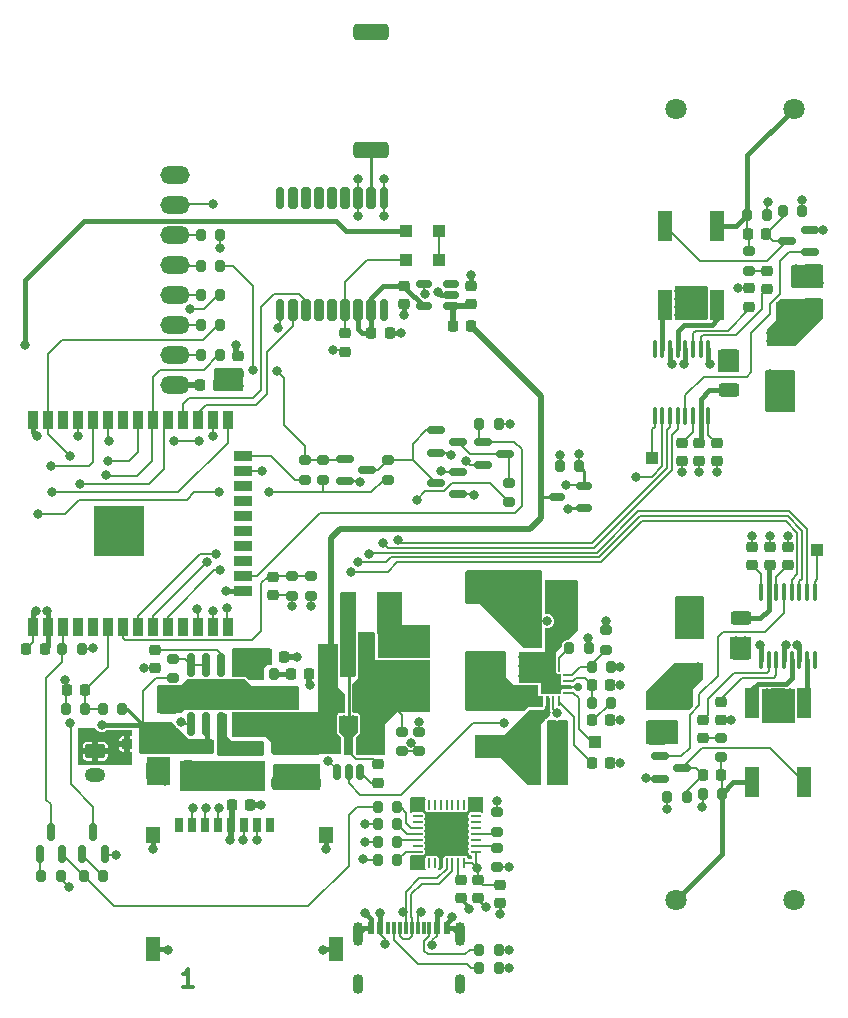
<source format=gbr>
%TF.GenerationSoftware,KiCad,Pcbnew,7.0.10*%
%TF.CreationDate,2024-02-23T16:55:47+01:00*%
%TF.ProjectId,OBSPro,4f425350-726f-42e6-9b69-6361645f7063,rev?*%
%TF.SameCoordinates,PX7270e00PY2255100*%
%TF.FileFunction,Copper,L1,Top*%
%TF.FilePolarity,Positive*%
%FSLAX46Y46*%
G04 Gerber Fmt 4.6, Leading zero omitted, Abs format (unit mm)*
G04 Created by KiCad (PCBNEW 7.0.10) date 2024-02-23 16:55:47*
%MOMM*%
%LPD*%
G01*
G04 APERTURE LIST*
G04 Aperture macros list*
%AMRoundRect*
0 Rectangle with rounded corners*
0 $1 Rounding radius*
0 $2 $3 $4 $5 $6 $7 $8 $9 X,Y pos of 4 corners*
0 Add a 4 corners polygon primitive as box body*
4,1,4,$2,$3,$4,$5,$6,$7,$8,$9,$2,$3,0*
0 Add four circle primitives for the rounded corners*
1,1,$1+$1,$2,$3*
1,1,$1+$1,$4,$5*
1,1,$1+$1,$6,$7*
1,1,$1+$1,$8,$9*
0 Add four rect primitives between the rounded corners*
20,1,$1+$1,$2,$3,$4,$5,0*
20,1,$1+$1,$4,$5,$6,$7,0*
20,1,$1+$1,$6,$7,$8,$9,0*
20,1,$1+$1,$8,$9,$2,$3,0*%
G04 Aperture macros list end*
%ADD10C,0.300000*%
%TA.AperFunction,NonConductor*%
%ADD11C,0.300000*%
%TD*%
%TA.AperFunction,SMDPad,CuDef*%
%ADD12R,3.600000X1.150000*%
%TD*%
%TA.AperFunction,SMDPad,CuDef*%
%ADD13RoundRect,0.200000X-0.200000X-0.275000X0.200000X-0.275000X0.200000X0.275000X-0.200000X0.275000X0*%
%TD*%
%TA.AperFunction,SMDPad,CuDef*%
%ADD14RoundRect,0.250000X-0.625000X0.312500X-0.625000X-0.312500X0.625000X-0.312500X0.625000X0.312500X0*%
%TD*%
%TA.AperFunction,SMDPad,CuDef*%
%ADD15RoundRect,0.150000X-0.150000X0.825000X-0.150000X-0.825000X0.150000X-0.825000X0.150000X0.825000X0*%
%TD*%
%TA.AperFunction,SMDPad,CuDef*%
%ADD16R,2.300000X2.300000*%
%TD*%
%TA.AperFunction,SMDPad,CuDef*%
%ADD17RoundRect,0.200000X0.200000X0.275000X-0.200000X0.275000X-0.200000X-0.275000X0.200000X-0.275000X0*%
%TD*%
%TA.AperFunction,SMDPad,CuDef*%
%ADD18RoundRect,0.350000X1.150000X0.350000X-1.150000X0.350000X-1.150000X-0.350000X1.150000X-0.350000X0*%
%TD*%
%TA.AperFunction,SMDPad,CuDef*%
%ADD19RoundRect,0.225000X-0.250000X0.225000X-0.250000X-0.225000X0.250000X-0.225000X0.250000X0.225000X0*%
%TD*%
%TA.AperFunction,SMDPad,CuDef*%
%ADD20RoundRect,0.225000X-0.225000X-0.250000X0.225000X-0.250000X0.225000X0.250000X-0.225000X0.250000X0*%
%TD*%
%TA.AperFunction,SMDPad,CuDef*%
%ADD21RoundRect,0.250000X-0.650000X0.325000X-0.650000X-0.325000X0.650000X-0.325000X0.650000X0.325000X0*%
%TD*%
%TA.AperFunction,SMDPad,CuDef*%
%ADD22RoundRect,0.250000X0.650000X-0.325000X0.650000X0.325000X-0.650000X0.325000X-0.650000X-0.325000X0*%
%TD*%
%TA.AperFunction,SMDPad,CuDef*%
%ADD23RoundRect,0.250000X0.625000X-0.312500X0.625000X0.312500X-0.625000X0.312500X-0.625000X-0.312500X0*%
%TD*%
%TA.AperFunction,SMDPad,CuDef*%
%ADD24RoundRect,0.100000X0.100000X-0.637500X0.100000X0.637500X-0.100000X0.637500X-0.100000X-0.637500X0*%
%TD*%
%TA.AperFunction,SMDPad,CuDef*%
%ADD25RoundRect,0.250000X-0.300000X-0.300000X0.300000X-0.300000X0.300000X0.300000X-0.300000X0.300000X0*%
%TD*%
%TA.AperFunction,SMDPad,CuDef*%
%ADD26RoundRect,0.225000X0.225000X0.250000X-0.225000X0.250000X-0.225000X-0.250000X0.225000X-0.250000X0*%
%TD*%
%TA.AperFunction,SMDPad,CuDef*%
%ADD27RoundRect,0.150000X-0.587500X-0.150000X0.587500X-0.150000X0.587500X0.150000X-0.587500X0.150000X0*%
%TD*%
%TA.AperFunction,SMDPad,CuDef*%
%ADD28RoundRect,0.225000X0.250000X-0.225000X0.250000X0.225000X-0.250000X0.225000X-0.250000X-0.225000X0*%
%TD*%
%TA.AperFunction,SMDPad,CuDef*%
%ADD29RoundRect,0.250000X0.300000X0.300000X-0.300000X0.300000X-0.300000X-0.300000X0.300000X-0.300000X0*%
%TD*%
%TA.AperFunction,SMDPad,CuDef*%
%ADD30RoundRect,0.200000X-0.275000X0.200000X-0.275000X-0.200000X0.275000X-0.200000X0.275000X0.200000X0*%
%TD*%
%TA.AperFunction,SMDPad,CuDef*%
%ADD31RoundRect,0.200000X0.275000X-0.200000X0.275000X0.200000X-0.275000X0.200000X-0.275000X-0.200000X0*%
%TD*%
%TA.AperFunction,ComponentPad*%
%ADD32RoundRect,0.250000X-0.625000X0.350000X-0.625000X-0.350000X0.625000X-0.350000X0.625000X0.350000X0*%
%TD*%
%TA.AperFunction,ComponentPad*%
%ADD33O,1.750000X1.200000*%
%TD*%
%TA.AperFunction,SMDPad,CuDef*%
%ADD34RoundRect,0.175000X0.175000X-0.725000X0.175000X0.725000X-0.175000X0.725000X-0.175000X-0.725000X0*%
%TD*%
%TA.AperFunction,SMDPad,CuDef*%
%ADD35RoundRect,0.200000X0.200000X-0.700000X0.200000X0.700000X-0.200000X0.700000X-0.200000X-0.700000X0*%
%TD*%
%TA.AperFunction,SMDPad,CuDef*%
%ADD36RoundRect,0.250000X-1.400000X-1.000000X1.400000X-1.000000X1.400000X1.000000X-1.400000X1.000000X0*%
%TD*%
%TA.AperFunction,SMDPad,CuDef*%
%ADD37RoundRect,0.218750X-0.218750X-0.256250X0.218750X-0.256250X0.218750X0.256250X-0.218750X0.256250X0*%
%TD*%
%TA.AperFunction,SMDPad,CuDef*%
%ADD38RoundRect,0.150000X0.587500X0.150000X-0.587500X0.150000X-0.587500X-0.150000X0.587500X-0.150000X0*%
%TD*%
%TA.AperFunction,SMDPad,CuDef*%
%ADD39R,1.000000X1.000000*%
%TD*%
%TA.AperFunction,SMDPad,CuDef*%
%ADD40R,1.150000X3.600000*%
%TD*%
%TA.AperFunction,SMDPad,CuDef*%
%ADD41RoundRect,0.150000X0.512500X0.150000X-0.512500X0.150000X-0.512500X-0.150000X0.512500X-0.150000X0*%
%TD*%
%TA.AperFunction,SMDPad,CuDef*%
%ADD42R,0.600000X1.140000*%
%TD*%
%TA.AperFunction,SMDPad,CuDef*%
%ADD43R,0.300000X1.140000*%
%TD*%
%TA.AperFunction,ComponentPad*%
%ADD44O,0.900000X2.000000*%
%TD*%
%TA.AperFunction,ComponentPad*%
%ADD45O,0.900000X1.700000*%
%TD*%
%TA.AperFunction,SMDPad,CuDef*%
%ADD46RoundRect,0.218750X0.256250X-0.218750X0.256250X0.218750X-0.256250X0.218750X-0.256250X-0.218750X0*%
%TD*%
%TA.AperFunction,ComponentPad*%
%ADD47O,2.500000X1.500000*%
%TD*%
%TA.AperFunction,SMDPad,CuDef*%
%ADD48RoundRect,0.250000X0.325000X0.650000X-0.325000X0.650000X-0.325000X-0.650000X0.325000X-0.650000X0*%
%TD*%
%TA.AperFunction,SMDPad,CuDef*%
%ADD49RoundRect,0.062500X0.062500X-0.350000X0.062500X0.350000X-0.062500X0.350000X-0.062500X-0.350000X0*%
%TD*%
%TA.AperFunction,SMDPad,CuDef*%
%ADD50RoundRect,0.062500X0.350000X-0.062500X0.350000X0.062500X-0.350000X0.062500X-0.350000X-0.062500X0*%
%TD*%
%TA.AperFunction,SMDPad,CuDef*%
%ADD51R,1.680000X1.680000*%
%TD*%
%TA.AperFunction,SMDPad,CuDef*%
%ADD52RoundRect,0.150000X0.150000X-0.587500X0.150000X0.587500X-0.150000X0.587500X-0.150000X-0.587500X0*%
%TD*%
%TA.AperFunction,SMDPad,CuDef*%
%ADD53RoundRect,0.218750X0.218750X0.256250X-0.218750X0.256250X-0.218750X-0.256250X0.218750X-0.256250X0*%
%TD*%
%TA.AperFunction,SMDPad,CuDef*%
%ADD54RoundRect,0.250000X-0.325000X-0.650000X0.325000X-0.650000X0.325000X0.650000X-0.325000X0.650000X0*%
%TD*%
%TA.AperFunction,SMDPad,CuDef*%
%ADD55R,1.200000X2.500000*%
%TD*%
%TA.AperFunction,SMDPad,CuDef*%
%ADD56R,0.900000X1.500000*%
%TD*%
%TA.AperFunction,SMDPad,CuDef*%
%ADD57R,1.500000X0.900000*%
%TD*%
%TA.AperFunction,SMDPad,CuDef*%
%ADD58R,1.050000X1.050000*%
%TD*%
%TA.AperFunction,HeatsinkPad*%
%ADD59C,0.475000*%
%TD*%
%TA.AperFunction,SMDPad,CuDef*%
%ADD60R,4.200000X4.200000*%
%TD*%
%TA.AperFunction,SMDPad,CuDef*%
%ADD61RoundRect,0.150000X-0.150000X0.512500X-0.150000X-0.512500X0.150000X-0.512500X0.150000X0.512500X0*%
%TD*%
%TA.AperFunction,SMDPad,CuDef*%
%ADD62R,2.500000X1.900000*%
%TD*%
%TA.AperFunction,SMDPad,CuDef*%
%ADD63RoundRect,0.250000X-0.550000X1.500000X-0.550000X-1.500000X0.550000X-1.500000X0.550000X1.500000X0*%
%TD*%
%TA.AperFunction,SMDPad,CuDef*%
%ADD64RoundRect,0.250000X0.550000X-1.500000X0.550000X1.500000X-0.550000X1.500000X-0.550000X-1.500000X0*%
%TD*%
%TA.AperFunction,ComponentPad*%
%ADD65C,1.800000*%
%TD*%
%TA.AperFunction,SMDPad,CuDef*%
%ADD66RoundRect,0.062500X0.062500X-0.337500X0.062500X0.337500X-0.062500X0.337500X-0.062500X-0.337500X0*%
%TD*%
%TA.AperFunction,SMDPad,CuDef*%
%ADD67RoundRect,0.062500X0.337500X-0.062500X0.337500X0.062500X-0.337500X0.062500X-0.337500X-0.062500X0*%
%TD*%
%TA.AperFunction,SMDPad,CuDef*%
%ADD68R,3.350000X3.350000*%
%TD*%
%TA.AperFunction,SMDPad,CuDef*%
%ADD69RoundRect,0.100000X-0.100000X0.637500X-0.100000X-0.637500X0.100000X-0.637500X0.100000X0.637500X0*%
%TD*%
%TA.AperFunction,SMDPad,CuDef*%
%ADD70R,0.700000X1.300000*%
%TD*%
%TA.AperFunction,SMDPad,CuDef*%
%ADD71R,1.200000X1.400000*%
%TD*%
%TA.AperFunction,SMDPad,CuDef*%
%ADD72R,1.200000X2.000000*%
%TD*%
%TA.AperFunction,ViaPad*%
%ADD73C,0.800000*%
%TD*%
%TA.AperFunction,ViaPad*%
%ADD74C,0.700000*%
%TD*%
%TA.AperFunction,Conductor*%
%ADD75C,0.200000*%
%TD*%
%TA.AperFunction,Conductor*%
%ADD76C,0.400000*%
%TD*%
%TA.AperFunction,Conductor*%
%ADD77C,0.500000*%
%TD*%
%TA.AperFunction,Conductor*%
%ADD78C,0.250000*%
%TD*%
%TA.AperFunction,Conductor*%
%ADD79C,0.290000*%
%TD*%
G04 APERTURE END LIST*
D10*
D11*
X15128572Y-82878328D02*
X14271429Y-82878328D01*
X14700000Y-82878328D02*
X14700000Y-81378328D01*
X14700000Y-81378328D02*
X14557143Y-81592614D01*
X14557143Y-81592614D02*
X14414286Y-81735471D01*
X14414286Y-81735471D02*
X14271429Y-81806900D01*
D12*
%TO.P,L1,1*%
%TO.N,Net-(U1-SW)*%
X19300000Y-62625000D03*
%TO.P,L1,2*%
%TO.N,Net-(C8-Pad1)*%
X19300000Y-65575000D03*
%TD*%
D13*
%TO.P,R2,1*%
%TO.N,Net-(J1-CC2)*%
X39375000Y-79700000D03*
%TO.P,R2,2*%
%TO.N,GND*%
X41025000Y-79700000D03*
%TD*%
D14*
%TO.P,R44,1*%
%TO.N,+9V*%
X60500000Y-29437500D03*
%TO.P,R44,2*%
%TO.N,Net-(U9-VPWR)*%
X60500000Y-32362500D03*
%TD*%
D15*
%TO.P,U1,1,VIN*%
%TO.N,+USB*%
X18805000Y-55625000D03*
%TO.P,U1,2,LED1*%
%TO.N,Net-(D1-A)*%
X17535000Y-55625000D03*
%TO.P,U1,3,LED2*%
%TO.N,Net-(U1-LED2)*%
X16265000Y-55625000D03*
%TO.P,U1,4,LED3*%
X14995000Y-55625000D03*
%TO.P,U1,5,KEY*%
%TO.N,IP5306_BTN*%
X14995000Y-60575000D03*
%TO.P,U1,6,BAT*%
%TO.N,+BATT*%
X16265000Y-60575000D03*
%TO.P,U1,7,SW*%
%TO.N,Net-(U1-SW)*%
X17535000Y-60575000D03*
%TO.P,U1,8,VOUT*%
%TO.N,+5V*%
X18805000Y-60575000D03*
D16*
%TO.P,U1,9,GND*%
%TO.N,GND*%
X16900000Y-58100000D03*
%TD*%
D13*
%TO.P,R36,1*%
%TO.N,Net-(J3-Pin_4)*%
X15775000Y-24300000D03*
%TO.P,R36,2*%
%TO.N,/Controller/LCD_A0*%
X17425000Y-24300000D03*
%TD*%
D17*
%TO.P,R21,1*%
%TO.N,/Controller/~USB_DTR*%
X3925000Y-73475000D03*
%TO.P,R21,2*%
%TO.N,Net-(Q1-B)*%
X2275000Y-73475000D03*
%TD*%
%TO.P,R40,2*%
%TO.N,Net-(Q9-D)*%
X65074999Y-17200000D03*
%TO.P,R40,1*%
%TO.N,GND*%
X66724999Y-17200000D03*
%TD*%
D18*
%TO.P,AE1,1,FEED*%
%TO.N,/Sensors/ANT*%
X30200000Y-12000000D03*
%TO.P,AE1,2,PCB_Trace*%
%TO.N,unconnected-(AE1-PCB_Trace-Pad2)*%
X30200000Y-2000000D03*
%TD*%
D19*
%TO.P,C33,1*%
%TO.N,Net-(D4-K)*%
X28000000Y-27525000D03*
%TO.P,C33,2*%
%TO.N,GND*%
X28000000Y-29075000D03*
%TD*%
D13*
%TO.P,R38,1*%
%TO.N,/Sensors/Ultrasonic2/INP*%
X62074999Y-17500000D03*
%TO.P,R38,2*%
%TO.N,GND*%
X63724999Y-17500000D03*
%TD*%
D20*
%TO.P,C20,1*%
%TO.N,+3V3*%
X44025000Y-60800000D03*
%TO.P,C20,2*%
%TO.N,GND*%
X45575000Y-60800000D03*
%TD*%
D13*
%TO.P,R11,1*%
%TO.N,Net-(U4-FREQ)*%
X46975000Y-54200000D03*
%TO.P,R11,2*%
%TO.N,GND*%
X48625000Y-54200000D03*
%TD*%
D21*
%TO.P,C11,1*%
%TO.N,+3V3*%
X34300000Y-54425000D03*
%TO.P,C11,2*%
%TO.N,GND*%
X34300000Y-57375000D03*
%TD*%
D22*
%TO.P,C7,1*%
%TO.N,+BATT*%
X13000000Y-62075000D03*
%TO.P,C7,2*%
%TO.N,GND*%
X13000000Y-59125000D03*
%TD*%
D23*
%TO.P,R43,1*%
%TO.N,+9V*%
X61500000Y-54562500D03*
%TO.P,R43,2*%
%TO.N,Net-(U8-VPWR)*%
X61500000Y-51637500D03*
%TD*%
D24*
%TO.P,U8,1,GND*%
%TO.N,GND*%
X63225000Y-55162500D03*
%TO.P,U8,2,INP*%
%TO.N,Net-(U8-INP)*%
X63875000Y-55162500D03*
%TO.P,U8,3,INN*%
%TO.N,Net-(U8-INN)*%
X64525000Y-55162500D03*
%TO.P,U8,4,GND*%
%TO.N,GND*%
X65175000Y-55162500D03*
%TO.P,U8,5,OUTA*%
%TO.N,/Sensors/Ultrasonic1/OUTA*%
X65825000Y-55162500D03*
%TO.P,U8,6,GNDP*%
%TO.N,GND*%
X66475000Y-55162500D03*
%TO.P,U8,7,OUTB*%
%TO.N,/Sensors/Ultrasonic1/OUTB*%
X67125000Y-55162500D03*
%TO.P,U8,8,IO*%
%TO.N,unconnected-(U8-IO-Pad8)*%
X67775000Y-55162500D03*
%TO.P,U8,9,TEST*%
%TO.N,/Sensors/Ultrasonic1/TEST*%
X67775000Y-49437500D03*
%TO.P,U8,10,TXD*%
%TO.N,US1_MISO*%
X67125000Y-49437500D03*
%TO.P,U8,11,RXD*%
%TO.N,US1_MOSI*%
X66475000Y-49437500D03*
%TO.P,U8,12,SCLK*%
%TO.N,US1_SCK*%
X65825000Y-49437500D03*
%TO.P,U8,13,DECPL*%
%TO.N,/Sensors/Ultrasonic1/DECPL*%
X65175000Y-49437500D03*
%TO.P,U8,14,IOREG*%
%TO.N,/Sensors/Ultrasonic1/IOREG*%
X64525000Y-49437500D03*
%TO.P,U8,15,VPWR*%
%TO.N,Net-(U8-VPWR)*%
X63875000Y-49437500D03*
%TO.P,U8,16,AVDD*%
%TO.N,/Sensors/Ultrasonic1/AVDD*%
X63225000Y-49437500D03*
%TD*%
D25*
%TO.P,D4,1,K*%
%TO.N,Net-(D4-K)*%
X33200000Y-21300000D03*
%TO.P,D4,2,A*%
%TO.N,Net-(D4-A)*%
X36000000Y-21300000D03*
%TD*%
D26*
%TO.P,C30,1*%
%TO.N,+3V3*%
X2575000Y-54220000D03*
%TO.P,C30,2*%
%TO.N,GND*%
X1025000Y-54220000D03*
%TD*%
D27*
%TO.P,Q4,1,G*%
%TO.N,Net-(Q4-G)*%
X35662500Y-35750000D03*
%TO.P,Q4,2,S*%
%TO.N,GND*%
X35662500Y-37650000D03*
%TO.P,Q4,3,D*%
%TO.N,Net-(Q3-D)*%
X37537500Y-36700000D03*
%TD*%
D28*
%TO.P,C36,1*%
%TO.N,/Sensors/Ultrasonic1/AVDD*%
X62500000Y-47175000D03*
%TO.P,C36,2*%
%TO.N,GND*%
X62500000Y-45625000D03*
%TD*%
D20*
%TO.P,C17,1*%
%TO.N,+3V3*%
X44025000Y-65300000D03*
%TO.P,C17,2*%
%TO.N,GND*%
X45575000Y-65300000D03*
%TD*%
D13*
%TO.P,R4,1*%
%TO.N,+USB*%
X20375000Y-56400000D03*
%TO.P,R4,2*%
%TO.N,Net-(C6-Pad1)*%
X22025000Y-56400000D03*
%TD*%
D19*
%TO.P,C27,1*%
%TO.N,+USB*%
X41100000Y-74225000D03*
%TO.P,C27,2*%
%TO.N,GND*%
X41100000Y-75775000D03*
%TD*%
D29*
%TO.P,D5,1,K*%
%TO.N,Net-(D4-A)*%
X36000000Y-18900000D03*
%TO.P,D5,2,A*%
%TO.N,+BATT*%
X33200000Y-18900000D03*
%TD*%
D30*
%TO.P,R6,1*%
%TO.N,Net-(U1-LED2)*%
X13400000Y-55075000D03*
%TO.P,R6,2*%
%TO.N,+BATT*%
X13400000Y-56725000D03*
%TD*%
D19*
%TO.P,C29,1*%
%TO.N,/Controller/VDD_USB*%
X37800000Y-73825000D03*
%TO.P,C29,2*%
%TO.N,GND*%
X37800000Y-75375000D03*
%TD*%
D31*
%TO.P,R26,1*%
%TO.N,+BATT*%
X31600000Y-39925000D03*
%TO.P,R26,2*%
%TO.N,Net-(Q4-G)*%
X31600000Y-38275000D03*
%TD*%
D32*
%TO.P,J2,1,Pin_1*%
%TO.N,Net-(J2-Pin_1)*%
X6850000Y-62900000D03*
D33*
%TO.P,J2,2,Pin_2*%
%TO.N,GND*%
X6850000Y-64900000D03*
%TD*%
D34*
%TO.P,U7,1,GND*%
%TO.N,GND*%
X22500000Y-25550000D03*
D35*
%TO.P,U7,2,TXD*%
%TO.N,GPS_TX*%
X23600000Y-25550000D03*
%TO.P,U7,3,RXD*%
%TO.N,GPS_RX*%
X24700000Y-25550000D03*
%TO.P,U7,4,TIMEPULSE*%
%TO.N,unconnected-(U7-TIMEPULSE-Pad4)*%
X25800000Y-25550000D03*
%TO.P,U7,5,EXTINT*%
%TO.N,unconnected-(U7-EXTINT-Pad5)*%
X26900000Y-25550000D03*
%TO.P,U7,6,V_BCKP*%
%TO.N,Net-(D4-K)*%
X28000000Y-25550000D03*
%TO.P,U7,7,VCC_IO*%
%TO.N,+3V3GPS*%
X29100000Y-25550000D03*
%TO.P,U7,8,VCC*%
X30200000Y-25550000D03*
D34*
%TO.P,U7,9,~{RESET}*%
%TO.N,unconnected-(U7-~{RESET}-Pad9)*%
X31300000Y-25550000D03*
%TO.P,U7,10,GND*%
%TO.N,GND*%
X31300000Y-16050000D03*
D35*
%TO.P,U7,11,RF_IN*%
%TO.N,/Sensors/ANT*%
X30200000Y-16050000D03*
%TO.P,U7,12,GND*%
%TO.N,GND*%
X29100000Y-16050000D03*
%TO.P,U7,13,LNA_EN*%
%TO.N,unconnected-(U7-LNA_EN-Pad13)*%
X28000000Y-16050000D03*
%TO.P,U7,14,VCC_RF*%
%TO.N,unconnected-(U7-VCC_RF-Pad14)*%
X26900000Y-16050000D03*
%TO.P,U7,15,VIO_SEL*%
%TO.N,unconnected-(U7-VIO_SEL-Pad15)*%
X25800000Y-16050000D03*
%TO.P,U7,16,SDA*%
%TO.N,unconnected-(U7-SDA-Pad16)*%
X24700000Y-16050000D03*
%TO.P,U7,17,SCL*%
%TO.N,unconnected-(U7-SCL-Pad17)*%
X23600000Y-16050000D03*
D34*
%TO.P,U7,18,~{SAFEBOOT}*%
%TO.N,unconnected-(U7-~{SAFEBOOT}-Pad18)*%
X22500000Y-16050000D03*
%TD*%
D17*
%TO.P,R32,1*%
%TO.N,/Sensors/Ultrasonic1/INP*%
X59925000Y-66500000D03*
%TO.P,R32,2*%
%TO.N,GND*%
X58275000Y-66500000D03*
%TD*%
D36*
%TO.P,D3,1,K*%
%TO.N,+9V*%
X39900000Y-48900000D03*
%TO.P,D3,2,A*%
%TO.N,Net-(D3-A)*%
X39900000Y-55700000D03*
%TD*%
D17*
%TO.P,R23,1*%
%TO.N,+BATT*%
X9125000Y-59300000D03*
%TO.P,R23,2*%
%TO.N,/Controller/BATT_MEAS*%
X7475000Y-59300000D03*
%TD*%
D37*
%TO.P,F1,1*%
%TO.N,Net-(J2-Pin_1)*%
X9512500Y-62300000D03*
%TO.P,F1,2*%
%TO.N,+BATT*%
X11087500Y-62300000D03*
%TD*%
D38*
%TO.P,Q6,1,G*%
%TO.N,PWR_EN*%
X37537500Y-41150000D03*
%TO.P,Q6,2,S*%
%TO.N,GND*%
X37537500Y-39250000D03*
%TO.P,Q6,3,D*%
%TO.N,Net-(Q4-G)*%
X35662500Y-40200000D03*
%TD*%
D39*
%TO.P,TP5,1,1*%
%TO.N,/Sensors/Ultrasonic2/TEST*%
X54000001Y-38100000D03*
%TD*%
D28*
%TO.P,C45,1*%
%TO.N,Net-(U9-INP)*%
X63699999Y-23775000D03*
%TO.P,C45,2*%
%TO.N,Net-(C45-Pad2)*%
X63699999Y-22225000D03*
%TD*%
D19*
%TO.P,C41,1*%
%TO.N,Net-(U9-VPWR)*%
X58000000Y-36825000D03*
%TO.P,C41,2*%
%TO.N,GND*%
X58000000Y-38375000D03*
%TD*%
D13*
%TO.P,R22,1*%
%TO.N,/Controller/~USB_RTS*%
X5875000Y-73475000D03*
%TO.P,R22,2*%
%TO.N,Net-(Q2-B)*%
X7525000Y-73475000D03*
%TD*%
D28*
%TO.P,C40,1*%
%TO.N,GND*%
X59800000Y-60275000D03*
%TO.P,C40,2*%
%TO.N,Net-(U8-INN)*%
X59800000Y-58725000D03*
%TD*%
D20*
%TO.P,C18,1*%
%TO.N,+3V3*%
X44025000Y-63800000D03*
%TO.P,C18,2*%
%TO.N,GND*%
X45575000Y-63800000D03*
%TD*%
D40*
%TO.P,L2,1*%
%TO.N,/Power Supply/SW*%
X28325000Y-51200000D03*
%TO.P,L2,2*%
%TO.N,+3V3*%
X31275000Y-51200000D03*
%TD*%
D13*
%TO.P,R3,1*%
%TO.N,Net-(J1-CC1)*%
X39375000Y-81300000D03*
%TO.P,R3,2*%
%TO.N,GND*%
X41025000Y-81300000D03*
%TD*%
D28*
%TO.P,C37,1*%
%TO.N,/Sensors/Ultrasonic1/IOREG*%
X65500000Y-47175000D03*
%TO.P,C37,2*%
%TO.N,GND*%
X65500000Y-45625000D03*
%TD*%
D41*
%TO.P,U3,1,VCC*%
%TO.N,Net-(U3-VCC)*%
X36937500Y-25250000D03*
%TO.P,U3,2,GND*%
%TO.N,GND*%
X36937500Y-24300000D03*
%TO.P,U3,3,NC*%
%TO.N,unconnected-(U3-NC-Pad3)*%
X36937500Y-23350000D03*
%TO.P,U3,4,EN*%
%TO.N,PWR_EN*%
X34662500Y-23350000D03*
%TO.P,U3,5,VOUT*%
%TO.N,+3V3GPS*%
X34662500Y-25250000D03*
%TD*%
D23*
%TO.P,R31,1*%
%TO.N,+9V*%
X54400000Y-61762500D03*
%TO.P,R31,2*%
%TO.N,Net-(T1-PM)*%
X54400000Y-58837500D03*
%TD*%
D13*
%TO.P,R35,1*%
%TO.N,Net-(J3-Pin_3)*%
X15775000Y-26800000D03*
%TO.P,R35,2*%
%TO.N,/Controller/MOSI*%
X17425000Y-26800000D03*
%TD*%
D30*
%TO.P,R10,1*%
%TO.N,+9V*%
X50100000Y-52675000D03*
%TO.P,R10,2*%
%TO.N,Net-(U4-FB)*%
X50100000Y-54325000D03*
%TD*%
D13*
%TO.P,R14,1*%
%TO.N,/Controller/EN*%
X4075000Y-54220000D03*
%TO.P,R14,2*%
%TO.N,+3V3*%
X5725000Y-54220000D03*
%TD*%
%TO.P,R41,1*%
%TO.N,Net-(J3-Pin_5)*%
X15775000Y-21800000D03*
%TO.P,R41,2*%
%TO.N,/Controller/LCD_RES*%
X17425000Y-21800000D03*
%TD*%
D42*
%TO.P,J1,A1,GND*%
%TO.N,GND*%
X30200000Y-77840000D03*
%TO.P,J1,A4,VBUS*%
%TO.N,+USB*%
X31000000Y-77840000D03*
D43*
%TO.P,J1,A5,CC1*%
%TO.N,Net-(J1-CC1)*%
X32150000Y-77840000D03*
%TO.P,J1,A6,D+*%
%TO.N,USB_DP*%
X33150000Y-77840000D03*
%TO.P,J1,A7,D-*%
%TO.N,USB_DN*%
X33650000Y-77840000D03*
%TO.P,J1,A8,SBU1*%
%TO.N,unconnected-(J1-SBU1-PadA8)*%
X34650000Y-77840000D03*
D42*
%TO.P,J1,B1,GND*%
%TO.N,GND*%
X36600000Y-77840000D03*
%TO.P,J1,B4,VBUS*%
%TO.N,+USB*%
X35800000Y-77840000D03*
D43*
%TO.P,J1,B5,CC2*%
%TO.N,Net-(J1-CC2)*%
X35150000Y-77840000D03*
%TO.P,J1,B6,D+*%
%TO.N,USB_DP*%
X34150000Y-77840000D03*
%TO.P,J1,B7,D-*%
%TO.N,USB_DN*%
X32650000Y-77840000D03*
%TO.P,J1,B8,SBU2*%
%TO.N,unconnected-(J1-SBU2-PadB8)*%
X31650000Y-77840000D03*
D44*
%TO.P,J1,S1,SHIELD*%
%TO.N,GND*%
X29075000Y-78410000D03*
D45*
X29075000Y-82590000D03*
D44*
X37725000Y-78410000D03*
D45*
X37725000Y-82590000D03*
%TD*%
D19*
%TO.P,C38,1*%
%TO.N,Net-(U8-INP)*%
X58300000Y-60225000D03*
%TO.P,C38,2*%
%TO.N,Net-(C38-Pad2)*%
X58300000Y-61775000D03*
%TD*%
D46*
%TO.P,D1,1,K*%
%TO.N,GND*%
X11900000Y-55887500D03*
%TO.P,D1,2,A*%
%TO.N,Net-(D1-A)*%
X11900000Y-54312500D03*
%TD*%
D28*
%TO.P,C49,1*%
%TO.N,+3V3*%
X18900000Y-30975000D03*
%TO.P,C49,2*%
%TO.N,GND*%
X18900000Y-29425000D03*
%TD*%
D47*
%TO.P,J3,1,Pin_1*%
%TO.N,Net-(J3-Pin_1)*%
X13600000Y-31900000D03*
%TO.P,J3,2,Pin_2*%
%TO.N,Net-(J3-Pin_2)*%
X13600000Y-29360000D03*
%TO.P,J3,3,Pin_3*%
%TO.N,Net-(J3-Pin_3)*%
X13600000Y-26820000D03*
%TO.P,J3,4,Pin_4*%
%TO.N,Net-(J3-Pin_4)*%
X13600000Y-24280000D03*
%TO.P,J3,5,Pin_5*%
%TO.N,Net-(J3-Pin_5)*%
X13600000Y-21740000D03*
%TO.P,J3,6,Pin_6*%
%TO.N,Net-(J3-Pin_6)*%
X13600000Y-19200000D03*
%TO.P,J3,7,Pin_7*%
%TO.N,/Controller/BUTTON*%
X13600000Y-16660000D03*
%TO.P,J3,8,Pin_8*%
%TO.N,GND*%
X13600000Y-14120000D03*
%TD*%
D20*
%TO.P,C25,1*%
%TO.N,Net-(C25-Pad1)*%
X48925000Y-60300000D03*
%TO.P,C25,2*%
%TO.N,GND*%
X50475000Y-60300000D03*
%TD*%
D19*
%TO.P,C47,1*%
%TO.N,GND*%
X62199999Y-23725000D03*
%TO.P,C47,2*%
%TO.N,Net-(U9-INN)*%
X62199999Y-25275000D03*
%TD*%
D39*
%TO.P,TP2,1,1*%
%TO.N,/Sensors/Ultrasonic1/TEST*%
X68000000Y-45900000D03*
%TD*%
D27*
%TO.P,Q5,1,G*%
%TO.N,/Controller/BUTTON*%
X27962500Y-38150000D03*
%TO.P,Q5,2,S*%
%TO.N,GND*%
X27962500Y-40050000D03*
%TO.P,Q5,3,D*%
%TO.N,Net-(Q4-G)*%
X29837500Y-39100000D03*
%TD*%
D30*
%TO.P,R29,1*%
%TO.N,/Controller/BUTTON*%
X24600000Y-38275000D03*
%TO.P,R29,2*%
%TO.N,/Controller/BTN_READ*%
X24600000Y-39925000D03*
%TD*%
%TO.P,R46,1*%
%TO.N,/Controller/HW_ID*%
X23500000Y-48075000D03*
%TO.P,R46,2*%
%TO.N,GND*%
X23500000Y-49725000D03*
%TD*%
D20*
%TO.P,C5,1*%
%TO.N,+USB*%
X21325000Y-54900000D03*
%TO.P,C5,2*%
%TO.N,GND*%
X22875000Y-54900000D03*
%TD*%
D19*
%TO.P,C28,1*%
%TO.N,+USB*%
X39300000Y-73825000D03*
%TO.P,C28,2*%
%TO.N,GND*%
X39300000Y-75375000D03*
%TD*%
D27*
%TO.P,Q3,1,G*%
%TO.N,/Controller/BTN_PRESS*%
X39662500Y-36750000D03*
%TO.P,Q3,2,S*%
%TO.N,GND*%
X39662500Y-38650000D03*
%TO.P,Q3,3,D*%
%TO.N,Net-(Q3-D)*%
X41537500Y-37700000D03*
%TD*%
D31*
%TO.P,R30,1*%
%TO.N,+3V3*%
X25100000Y-49725000D03*
%TO.P,R30,2*%
%TO.N,/Controller/HW_ID*%
X25100000Y-48075000D03*
%TD*%
D20*
%TO.P,C31,1*%
%TO.N,+3V3*%
X18425000Y-67500000D03*
%TO.P,C31,2*%
%TO.N,GND*%
X19975000Y-67500000D03*
%TD*%
D19*
%TO.P,C43,1*%
%TO.N,/Sensors/Ultrasonic2/AVDD*%
X59500000Y-36825000D03*
%TO.P,C43,2*%
%TO.N,GND*%
X59500000Y-38375000D03*
%TD*%
%TO.P,C44,1*%
%TO.N,/Sensors/Ultrasonic2/IOREG*%
X56500000Y-36825000D03*
%TO.P,C44,2*%
%TO.N,GND*%
X56500000Y-38375000D03*
%TD*%
D48*
%TO.P,C8,1*%
%TO.N,Net-(C8-Pad1)*%
X14670000Y-64600000D03*
%TO.P,C8,2*%
%TO.N,GND*%
X11720000Y-64600000D03*
%TD*%
D20*
%TO.P,C6,1*%
%TO.N,Net-(C6-Pad1)*%
X23400000Y-56400000D03*
%TO.P,C6,2*%
%TO.N,GND*%
X24950000Y-56400000D03*
%TD*%
D17*
%TO.P,R18,1*%
%TO.N,Net-(U5-~{RTS})*%
X32425000Y-67600000D03*
%TO.P,R18,2*%
%TO.N,/Controller/~USB_RTS*%
X30775000Y-67600000D03*
%TD*%
D22*
%TO.P,C3,1*%
%TO.N,+5V*%
X23200000Y-60975000D03*
%TO.P,C3,2*%
%TO.N,GND*%
X23200000Y-58025000D03*
%TD*%
D37*
%TO.P,FB1,1*%
%TO.N,Net-(J3-Pin_1)*%
X15712500Y-31900000D03*
%TO.P,FB1,2*%
%TO.N,+3V3*%
X17287500Y-31900000D03*
%TD*%
D20*
%TO.P,C42,1*%
%TO.N,/Sensors/Ultrasonic2/INP*%
X62124999Y-19100000D03*
%TO.P,C42,2*%
%TO.N,Net-(Q9-D)*%
X63674999Y-19100000D03*
%TD*%
D30*
%TO.P,R7,1*%
%TO.N,+3V3*%
X34300000Y-61275000D03*
%TO.P,R7,2*%
%TO.N,Net-(U2-VFB)*%
X34300000Y-62925000D03*
%TD*%
D49*
%TO.P,U4,1,SW*%
%TO.N,Net-(D3-A)*%
X44650000Y-58662500D03*
%TO.P,U4,2,VIN*%
%TO.N,+3V3*%
X45150000Y-58662500D03*
%TO.P,U4,3,EN*%
%TO.N,PWR_EN*%
X45650000Y-58662500D03*
%TO.P,U4,4,SS*%
%TO.N,Net-(U4-SS)*%
X46150000Y-58662500D03*
D50*
%TO.P,U4,5,SYNC*%
%TO.N,Net-(U4-SYNC)*%
X46862500Y-57950000D03*
%TO.P,U4,6,AGND*%
%TO.N,GND*%
X46862500Y-57450000D03*
%TO.P,U4,7,COMP*%
%TO.N,Net-(U4-COMP)*%
X46862500Y-56950000D03*
%TO.P,U4,8,FB*%
%TO.N,Net-(U4-FB)*%
X46862500Y-56450000D03*
D49*
%TO.P,U4,9,FREQ*%
%TO.N,Net-(U4-FREQ)*%
X46150000Y-55737500D03*
%TO.P,U4,10,NC*%
%TO.N,GND*%
X45650000Y-55737500D03*
%TO.P,U4,11,PGND*%
X45150000Y-55737500D03*
%TO.P,U4,12,PGND*%
X44650000Y-55737500D03*
D50*
%TO.P,U4,13,PGND*%
X43937500Y-56450000D03*
%TO.P,U4,14,NC*%
X43937500Y-56950000D03*
%TO.P,U4,15,SW*%
%TO.N,Net-(D3-A)*%
X43937500Y-57450000D03*
%TO.P,U4,16,SW*%
X43937500Y-57950000D03*
D51*
%TO.P,U4,17,PowerPAD*%
%TO.N,GND*%
X45400000Y-57200000D03*
%TD*%
D52*
%TO.P,Q2,1,B*%
%TO.N,Net-(Q2-B)*%
X5750000Y-71612500D03*
%TO.P,Q2,2,E*%
%TO.N,/Controller/~USB_DTR*%
X7650000Y-71612500D03*
%TO.P,Q2,3,C*%
%TO.N,/Controller/GPIO0*%
X6700000Y-69737500D03*
%TD*%
D31*
%TO.P,R39,1*%
%TO.N,Net-(C45-Pad2)*%
X62199999Y-22225000D03*
%TO.P,R39,2*%
%TO.N,/Sensors/Ultrasonic2/INP*%
X62199999Y-20575000D03*
%TD*%
D53*
%TO.P,FB8,1*%
%TO.N,+5V*%
X38700000Y-26900000D03*
%TO.P,FB8,2*%
%TO.N,Net-(U3-VCC)*%
X37125000Y-26900000D03*
%TD*%
D17*
%TO.P,R19,1*%
%TO.N,Net-(U5-~{DTR})*%
X32425000Y-72100000D03*
%TO.P,R19,2*%
%TO.N,/Controller/~USB_DTR*%
X30775000Y-72100000D03*
%TD*%
D54*
%TO.P,C23,1*%
%TO.N,+9V*%
X44125000Y-49500000D03*
%TO.P,C23,2*%
%TO.N,GND*%
X47075000Y-49500000D03*
%TD*%
D20*
%TO.P,C26,1*%
%TO.N,Net-(U4-COMP)*%
X48925000Y-57300000D03*
%TO.P,C26,2*%
%TO.N,GND*%
X50475000Y-57300000D03*
%TD*%
D19*
%TO.P,C50,1*%
%TO.N,/Controller/HW_ID*%
X21900000Y-48125000D03*
%TO.P,C50,2*%
%TO.N,GND*%
X21900000Y-49675000D03*
%TD*%
D55*
%TO.P,T2,1,PR1*%
%TO.N,/Sensors/Ultrasonic2/OUTB*%
X55100000Y-25150000D03*
%TO.P,T2,2,PM*%
%TO.N,Net-(T2-PM)*%
X57300000Y-25150000D03*
%TO.P,T2,3,PR2*%
%TO.N,/Sensors/Ultrasonic2/OUTA*%
X59500000Y-25150000D03*
%TO.P,T2,4,S1*%
%TO.N,/Sensors/Ultrasonic2/INP*%
X59500000Y-18450000D03*
%TO.P,T2,6,S2*%
%TO.N,Net-(Q9-D)*%
X55100000Y-18450000D03*
%TD*%
D28*
%TO.P,C34,1*%
%TO.N,Net-(U8-VPWR)*%
X64000000Y-47175000D03*
%TO.P,C34,2*%
%TO.N,GND*%
X64000000Y-45625000D03*
%TD*%
D20*
%TO.P,C19,1*%
%TO.N,+3V3*%
X44025000Y-62300000D03*
%TO.P,C19,2*%
%TO.N,GND*%
X45575000Y-62300000D03*
%TD*%
D31*
%TO.P,R15,1*%
%TO.N,+3V3*%
X40900000Y-72725000D03*
%TO.P,R15,2*%
%TO.N,Net-(U5-~{RST})*%
X40900000Y-71075000D03*
%TD*%
D21*
%TO.P,C4,1*%
%TO.N,+5V*%
X25000000Y-62625000D03*
%TO.P,C4,2*%
%TO.N,GND*%
X25000000Y-65575000D03*
%TD*%
D17*
%TO.P,R1,1*%
%TO.N,PWR_EN*%
X47825000Y-38800000D03*
%TO.P,R1,2*%
%TO.N,GND*%
X46175000Y-38800000D03*
%TD*%
D56*
%TO.P,U6,1,GND*%
%TO.N,GND*%
X1565000Y-52370000D03*
%TO.P,U6,2,VDD*%
%TO.N,+3V3*%
X2835000Y-52370000D03*
%TO.P,U6,3,EN*%
%TO.N,/Controller/EN*%
X4105000Y-52370000D03*
%TO.P,U6,4,SENSOR_VP*%
%TO.N,unconnected-(U6-SENSOR_VP-Pad4)*%
X5375000Y-52370000D03*
%TO.P,U6,5,SENSOR_VN*%
%TO.N,unconnected-(U6-SENSOR_VN-Pad5)*%
X6645000Y-52370000D03*
%TO.P,U6,6,IO34*%
%TO.N,/Controller/BATT_MEAS*%
X7915000Y-52370000D03*
%TO.P,U6,7,IO35*%
%TO.N,/Controller/HW_ID*%
X9185000Y-52370000D03*
%TO.P,U6,8,IO32*%
%TO.N,US1_MISO*%
X10455000Y-52370000D03*
%TO.P,U6,9,IO33*%
%TO.N,US1_MOSI*%
X11725000Y-52370000D03*
%TO.P,U6,10,IO25*%
%TO.N,US1_SCK*%
X12995000Y-52370000D03*
%TO.P,U6,11,IO26*%
%TO.N,unconnected-(U6-IO26-Pad11)*%
X14265000Y-52370000D03*
%TO.P,U6,12,IO27*%
%TO.N,/Controller/LCD_A0*%
X15535000Y-52370000D03*
%TO.P,U6,13,IO14*%
%TO.N,US2_SCK*%
X16805000Y-52370000D03*
%TO.P,U6,14,IO12*%
%TO.N,/Controller/LCD_CS*%
X18075000Y-52370000D03*
D57*
%TO.P,U6,15,GND*%
%TO.N,GND*%
X19325000Y-49330000D03*
%TO.P,U6,16,IO13*%
%TO.N,/Controller/BTN_PRESS*%
X19325000Y-48060000D03*
%TO.P,U6,17,SHD/SD2*%
%TO.N,unconnected-(U6-SHD{slash}SD2-Pad17)*%
X19325000Y-46790000D03*
%TO.P,U6,18,SWP/SD3*%
%TO.N,unconnected-(U6-SWP{slash}SD3-Pad18)*%
X19325000Y-45520000D03*
%TO.P,U6,19,SCS/CMD*%
%TO.N,unconnected-(U6-SCS{slash}CMD-Pad19)*%
X19325000Y-44250000D03*
%TO.P,U6,20,SCK/CLK*%
%TO.N,unconnected-(U6-SCK{slash}CLK-Pad20)*%
X19325000Y-42980000D03*
%TO.P,U6,21,SDO/SD0*%
%TO.N,unconnected-(U6-SDO{slash}SD0-Pad21)*%
X19325000Y-41710000D03*
%TO.P,U6,22,SDI/SD1*%
%TO.N,unconnected-(U6-SDI{slash}SD1-Pad22)*%
X19325000Y-40440000D03*
%TO.P,U6,23,IO15*%
%TO.N,US2_MOSI*%
X19325000Y-39170000D03*
%TO.P,U6,24,IO2*%
%TO.N,/Controller/BTN_READ*%
X19325000Y-37900000D03*
D56*
%TO.P,U6,25,IO0*%
%TO.N,/Controller/GPIO0*%
X18075000Y-34870000D03*
%TO.P,U6,26,IO4*%
%TO.N,/Controller/LCD_RES*%
X16805000Y-34870000D03*
%TO.P,U6,27,IO16*%
%TO.N,GPS_TX*%
X15535000Y-34870000D03*
%TO.P,U6,28,IO17*%
%TO.N,GPS_RX*%
X14265000Y-34870000D03*
%TO.P,U6,29,IO5*%
%TO.N,/Controller/SD_CS*%
X12995000Y-34870000D03*
%TO.P,U6,30,IO18*%
%TO.N,/Controller/SCK*%
X11725000Y-34870000D03*
%TO.P,U6,31,IO19*%
%TO.N,/Controller/MISO*%
X10455000Y-34870000D03*
%TO.P,U6,32,NC*%
%TO.N,unconnected-(U6-NC-Pad32)*%
X9185000Y-34870000D03*
%TO.P,U6,33,IO21*%
%TO.N,US2_MISO*%
X7915000Y-34870000D03*
%TO.P,U6,34,RXD0/IO3*%
%TO.N,/Controller/USB_TX*%
X6645000Y-34870000D03*
%TO.P,U6,35,TXD0/IO1*%
%TO.N,/Controller/USB_RX*%
X5375000Y-34870000D03*
%TO.P,U6,36,IO22*%
%TO.N,unconnected-(U6-IO22-Pad36)*%
X4105000Y-34870000D03*
%TO.P,U6,37,IO23*%
%TO.N,/Controller/MOSI*%
X2835000Y-34870000D03*
%TO.P,U6,38,GND*%
%TO.N,GND*%
X1565000Y-34870000D03*
D58*
%TO.P,U6,39,GND*%
X7380000Y-45825000D03*
D59*
X8142500Y-45825000D03*
D58*
X8905000Y-45825000D03*
D59*
X9667500Y-45825000D03*
D58*
X10430000Y-45825000D03*
D59*
X7380000Y-45062500D03*
X8905000Y-45062500D03*
X10430000Y-45062500D03*
D58*
X7380000Y-44300000D03*
D59*
X8142500Y-44300000D03*
D58*
X8905000Y-44300000D03*
D60*
X8905000Y-44300000D03*
D59*
X9667500Y-44300000D03*
D58*
X10430000Y-44300000D03*
D59*
X7380000Y-43537500D03*
X8905000Y-43537500D03*
X10430000Y-43537500D03*
D58*
X7380000Y-42775000D03*
D59*
X8142500Y-42775000D03*
D58*
X8905000Y-42775000D03*
D59*
X9667500Y-42775000D03*
D58*
X10430000Y-42775000D03*
%TD*%
D26*
%TO.P,C48,1*%
%TO.N,/Controller/BATT_MEAS*%
X5975000Y-57700000D03*
%TO.P,C48,2*%
%TO.N,GND*%
X4425000Y-57700000D03*
%TD*%
D22*
%TO.P,C1,1*%
%TO.N,+5V*%
X20800000Y-60975000D03*
%TO.P,C1,2*%
%TO.N,GND*%
X20800000Y-58025000D03*
%TD*%
D17*
%TO.P,R12,1*%
%TO.N,Net-(C25-Pad1)*%
X50525000Y-58800000D03*
%TO.P,R12,2*%
%TO.N,Net-(U4-COMP)*%
X48875000Y-58800000D03*
%TD*%
D20*
%TO.P,C32,1*%
%TO.N,+3V3GPS*%
X30225000Y-27500000D03*
%TO.P,C32,2*%
%TO.N,GND*%
X31775000Y-27500000D03*
%TD*%
D21*
%TO.P,C2,1*%
%TO.N,+5V*%
X22700000Y-62625000D03*
%TO.P,C2,2*%
%TO.N,GND*%
X22700000Y-65575000D03*
%TD*%
%TO.P,C10,1*%
%TO.N,+3V3*%
X31900000Y-54425000D03*
%TO.P,C10,2*%
%TO.N,GND*%
X31900000Y-57375000D03*
%TD*%
D61*
%TO.P,U2,1,GND*%
%TO.N,GND*%
X29250000Y-62362500D03*
%TO.P,U2,2,SW*%
%TO.N,/Power Supply/SW*%
X28300000Y-62362500D03*
%TO.P,U2,3,VIN*%
%TO.N,+5V*%
X27350000Y-62362500D03*
%TO.P,U2,4,VFB*%
%TO.N,Net-(U2-VFB)*%
X27350000Y-64637500D03*
%TO.P,U2,5,EN*%
%TO.N,PWR_EN*%
X28300000Y-64637500D03*
%TO.P,U2,6,VBST*%
%TO.N,/Power Supply/VBST*%
X29250000Y-64637500D03*
%TD*%
D39*
%TO.P,TP1,1,1*%
%TO.N,Net-(U4-SYNC)*%
X49200000Y-62100000D03*
%TD*%
D54*
%TO.P,C13,1*%
%TO.N,+5V*%
X26825000Y-57130000D03*
%TO.P,C13,2*%
%TO.N,GND*%
X29775000Y-57130000D03*
%TD*%
D14*
%TO.P,R37,1*%
%TO.N,+9V*%
X67599999Y-22237500D03*
%TO.P,R37,2*%
%TO.N,Net-(T2-PM)*%
X67599999Y-25162500D03*
%TD*%
D28*
%TO.P,C15,1*%
%TO.N,Net-(U3-VCC)*%
X38700000Y-25075000D03*
%TO.P,C15,2*%
%TO.N,GND*%
X38700000Y-23525000D03*
%TD*%
D62*
%TO.P,L3,1*%
%TO.N,+3V3*%
X40300000Y-62550000D03*
%TO.P,L3,2*%
%TO.N,Net-(D3-A)*%
X40300000Y-58450000D03*
%TD*%
D52*
%TO.P,Q1,1,B*%
%TO.N,Net-(Q1-B)*%
X2150000Y-71612500D03*
%TO.P,Q1,2,E*%
%TO.N,/Controller/~USB_RTS*%
X4050000Y-71612500D03*
%TO.P,Q1,3,C*%
%TO.N,/Controller/EN*%
X3100000Y-69737500D03*
%TD*%
D63*
%TO.P,C46,1*%
%TO.N,Net-(T2-PM)*%
X65300000Y-26800000D03*
%TO.P,C46,2*%
%TO.N,GND*%
X65300000Y-32400000D03*
%TD*%
D20*
%TO.P,C21,1*%
%TO.N,+9V*%
X44025000Y-53700000D03*
%TO.P,C21,2*%
%TO.N,GND*%
X45575000Y-53700000D03*
%TD*%
D13*
%TO.P,R9,1*%
%TO.N,Net-(J3-Pin_2)*%
X15775000Y-29400000D03*
%TO.P,R9,2*%
%TO.N,/Controller/SCK*%
X17425000Y-29400000D03*
%TD*%
D17*
%TO.P,R16,1*%
%TO.N,Net-(U5-TXD)*%
X32425000Y-70600000D03*
%TO.P,R16,2*%
%TO.N,/Controller/USB_TX*%
X30775000Y-70600000D03*
%TD*%
D20*
%TO.P,C14,1*%
%TO.N,+5V*%
X27525000Y-59100000D03*
%TO.P,C14,2*%
%TO.N,GND*%
X29075000Y-59100000D03*
%TD*%
D19*
%TO.P,C16,1*%
%TO.N,+3V3GPS*%
X33000000Y-23525000D03*
%TO.P,C16,2*%
%TO.N,GND*%
X33000000Y-25075000D03*
%TD*%
D64*
%TO.P,C39,1*%
%TO.N,Net-(T1-PM)*%
X56700000Y-57200000D03*
%TO.P,C39,2*%
%TO.N,GND*%
X56700000Y-51600000D03*
%TD*%
D65*
%TO.P,LS1,1,1*%
%TO.N,/Sensors/Ultrasonic1/INP*%
X56000000Y-75500000D03*
%TO.P,LS1,2,2*%
%TO.N,GND*%
X66000000Y-75500000D03*
%TD*%
D13*
%TO.P,R42,1*%
%TO.N,Net-(J3-Pin_6)*%
X15775000Y-19200000D03*
%TO.P,R42,2*%
%TO.N,/Controller/LCD_CS*%
X17425000Y-19200000D03*
%TD*%
%TO.P,R34,1*%
%TO.N,GND*%
X55275000Y-66800000D03*
%TO.P,R34,2*%
%TO.N,Net-(Q7-D)*%
X56925000Y-66800000D03*
%TD*%
D17*
%TO.P,R24,1*%
%TO.N,/Controller/BATT_MEAS*%
X6025000Y-59300000D03*
%TO.P,R24,2*%
%TO.N,GND*%
X4375000Y-59300000D03*
%TD*%
D31*
%TO.P,R20,1*%
%TO.N,Net-(U5-~{SUSPEND})*%
X40900000Y-69725000D03*
%TO.P,R20,2*%
%TO.N,GND*%
X40900000Y-68075000D03*
%TD*%
D19*
%TO.P,C9,1*%
%TO.N,/Power Supply/SW*%
X30800000Y-64025000D03*
%TO.P,C9,2*%
%TO.N,/Power Supply/VBST*%
X30800000Y-65575000D03*
%TD*%
D38*
%TO.P,Q9,1,G*%
%TO.N,/Sensors/Ultrasonic2/DECPL*%
X67337499Y-20650000D03*
%TO.P,Q9,2,S*%
%TO.N,GND*%
X67337499Y-18750000D03*
%TO.P,Q9,3,D*%
%TO.N,Net-(Q9-D)*%
X65462499Y-19700000D03*
%TD*%
D31*
%TO.P,R5,1*%
%TO.N,Net-(C8-Pad1)*%
X16300000Y-64225000D03*
%TO.P,R5,2*%
%TO.N,+BATT*%
X16300000Y-62575000D03*
%TD*%
D13*
%TO.P,R28,1*%
%TO.N,/Controller/BTN_PRESS*%
X39375000Y-35200000D03*
%TO.P,R28,2*%
%TO.N,GND*%
X41025000Y-35200000D03*
%TD*%
D30*
%TO.P,R33,1*%
%TO.N,Net-(C38-Pad2)*%
X59800000Y-61775000D03*
%TO.P,R33,2*%
%TO.N,/Sensors/Ultrasonic1/INP*%
X59800000Y-63425000D03*
%TD*%
D27*
%TO.P,Q7,1,G*%
%TO.N,/Sensors/Ultrasonic1/DECPL*%
X54662500Y-63350000D03*
%TO.P,Q7,2,S*%
%TO.N,GND*%
X54662500Y-65250000D03*
%TO.P,Q7,3,D*%
%TO.N,Net-(Q7-D)*%
X56537500Y-64300000D03*
%TD*%
D54*
%TO.P,C12,1*%
%TO.N,+5V*%
X26825000Y-54730000D03*
%TO.P,C12,2*%
%TO.N,GND*%
X29775000Y-54730000D03*
%TD*%
D13*
%TO.P,R13,1*%
%TO.N,Net-(U4-FB)*%
X48875000Y-55800000D03*
%TO.P,R13,2*%
%TO.N,GND*%
X50525000Y-55800000D03*
%TD*%
D66*
%TO.P,U5,1,~{DCD}*%
%TO.N,unconnected-(U5-~{DCD}-Pad1)*%
X35100000Y-72350000D03*
%TO.P,U5,2,~{RI}/CLK*%
%TO.N,unconnected-(U5-~{RI}{slash}CLK-Pad2)*%
X35600000Y-72350000D03*
%TO.P,U5,3,GND*%
%TO.N,GND*%
X36100000Y-72350000D03*
%TO.P,U5,4,D+*%
%TO.N,USB_DP*%
X36600000Y-72350000D03*
%TO.P,U5,5,D-*%
%TO.N,USB_DN*%
X37100000Y-72350000D03*
%TO.P,U5,6,VDD*%
%TO.N,/Controller/VDD_USB*%
X37600000Y-72350000D03*
%TO.P,U5,7,VREGIN*%
%TO.N,+USB*%
X38100000Y-72350000D03*
D67*
%TO.P,U5,8,VBUS*%
X39050000Y-71400000D03*
%TO.P,U5,9,~{RST}*%
%TO.N,Net-(U5-~{RST})*%
X39050000Y-70900000D03*
%TO.P,U5,10,NC*%
%TO.N,unconnected-(U5-NC-Pad10)*%
X39050000Y-70400000D03*
%TO.P,U5,11,~{SUSPEND}*%
%TO.N,Net-(U5-~{SUSPEND})*%
X39050000Y-69900000D03*
%TO.P,U5,12,SUSPEND*%
%TO.N,unconnected-(U5-SUSPEND-Pad12)*%
X39050000Y-69400000D03*
%TO.P,U5,13,CHREN*%
%TO.N,unconnected-(U5-CHREN-Pad13)*%
X39050000Y-68900000D03*
%TO.P,U5,14,CHR1*%
%TO.N,unconnected-(U5-CHR1-Pad14)*%
X39050000Y-68400000D03*
D66*
%TO.P,U5,15,CHR0*%
%TO.N,unconnected-(U5-CHR0-Pad15)*%
X38100000Y-67450000D03*
%TO.P,U5,16,~{WAKEUP}/GPIO.3*%
%TO.N,unconnected-(U5-~{WAKEUP}{slash}GPIO.3-Pad16)*%
X37600000Y-67450000D03*
%TO.P,U5,17,RS485/GPIO.2*%
%TO.N,unconnected-(U5-RS485{slash}GPIO.2-Pad17)*%
X37100000Y-67450000D03*
%TO.P,U5,18,~{RXT}/GPIO.1*%
%TO.N,unconnected-(U5-~{RXT}{slash}GPIO.1-Pad18)*%
X36600000Y-67450000D03*
%TO.P,U5,19,~{TXT}/GPIO.0*%
%TO.N,unconnected-(U5-~{TXT}{slash}GPIO.0-Pad19)*%
X36100000Y-67450000D03*
%TO.P,U5,20,GPIO.6*%
%TO.N,unconnected-(U5-GPIO.6-Pad20)*%
X35600000Y-67450000D03*
%TO.P,U5,21,GPIO.5*%
%TO.N,unconnected-(U5-GPIO.5-Pad21)*%
X35100000Y-67450000D03*
D67*
%TO.P,U5,22,GPIO.4*%
%TO.N,unconnected-(U5-GPIO.4-Pad22)*%
X34150000Y-68400000D03*
%TO.P,U5,23,~{CTS}*%
%TO.N,unconnected-(U5-~{CTS}-Pad23)*%
X34150000Y-68900000D03*
%TO.P,U5,24,~{RTS}*%
%TO.N,Net-(U5-~{RTS})*%
X34150000Y-69400000D03*
%TO.P,U5,25,RXD*%
%TO.N,Net-(U5-RXD)*%
X34150000Y-69900000D03*
%TO.P,U5,26,TXD*%
%TO.N,Net-(U5-TXD)*%
X34150000Y-70400000D03*
%TO.P,U5,27,~{DSR}*%
%TO.N,unconnected-(U5-~{DSR}-Pad27)*%
X34150000Y-70900000D03*
%TO.P,U5,28,~{DTR}*%
%TO.N,Net-(U5-~{DTR})*%
X34150000Y-71400000D03*
D68*
%TO.P,U5,29,GND*%
%TO.N,GND*%
X36600000Y-69900000D03*
%TD*%
D31*
%TO.P,R27,1*%
%TO.N,+BATT*%
X26100000Y-39925000D03*
%TO.P,R27,2*%
%TO.N,/Controller/BUTTON*%
X26100000Y-38275000D03*
%TD*%
D54*
%TO.P,C22,1*%
%TO.N,+9V*%
X44125000Y-51800000D03*
%TO.P,C22,2*%
%TO.N,GND*%
X47075000Y-51800000D03*
%TD*%
D41*
%TO.P,U10,1,GND*%
%TO.N,GND*%
X48237500Y-42350000D03*
%TO.P,U10,2,~RESET*%
%TO.N,PWR_EN*%
X48237500Y-40450000D03*
%TO.P,U10,3,VCC*%
%TO.N,+5V*%
X45962500Y-41400000D03*
%TD*%
D17*
%TO.P,R17,1*%
%TO.N,Net-(U5-RXD)*%
X32425000Y-69100000D03*
%TO.P,R17,2*%
%TO.N,/Controller/USB_RX*%
X30775000Y-69100000D03*
%TD*%
D69*
%TO.P,U9,1,GND*%
%TO.N,GND*%
X58775000Y-28837500D03*
%TO.P,U9,2,INP*%
%TO.N,Net-(U9-INP)*%
X58125000Y-28837500D03*
%TO.P,U9,3,INN*%
%TO.N,Net-(U9-INN)*%
X57475000Y-28837500D03*
%TO.P,U9,4,GND*%
%TO.N,GND*%
X56825000Y-28837500D03*
%TO.P,U9,5,OUTA*%
%TO.N,/Sensors/Ultrasonic2/OUTA*%
X56175000Y-28837500D03*
%TO.P,U9,6,GNDP*%
%TO.N,GND*%
X55525000Y-28837500D03*
%TO.P,U9,7,OUTB*%
%TO.N,/Sensors/Ultrasonic2/OUTB*%
X54875000Y-28837500D03*
%TO.P,U9,8,IO*%
%TO.N,unconnected-(U9-IO-Pad8)*%
X54225000Y-28837500D03*
%TO.P,U9,9,TEST*%
%TO.N,/Sensors/Ultrasonic2/TEST*%
X54225000Y-34562500D03*
%TO.P,U9,10,TXD*%
%TO.N,US2_MISO*%
X54875000Y-34562500D03*
%TO.P,U9,11,RXD*%
%TO.N,US2_MOSI*%
X55525000Y-34562500D03*
%TO.P,U9,12,SCLK*%
%TO.N,US2_SCK*%
X56175000Y-34562500D03*
%TO.P,U9,13,DECPL*%
%TO.N,/Sensors/Ultrasonic2/DECPL*%
X56825000Y-34562500D03*
%TO.P,U9,14,IOREG*%
%TO.N,/Sensors/Ultrasonic2/IOREG*%
X57475000Y-34562500D03*
%TO.P,U9,15,VPWR*%
%TO.N,Net-(U9-VPWR)*%
X58125000Y-34562500D03*
%TO.P,U9,16,AVDD*%
%TO.N,/Sensors/Ultrasonic2/AVDD*%
X58775000Y-34562500D03*
%TD*%
D31*
%TO.P,R8,1*%
%TO.N,Net-(U2-VFB)*%
X32800000Y-62925000D03*
%TO.P,R8,2*%
%TO.N,GND*%
X32800000Y-61275000D03*
%TD*%
%TO.P,R25,1*%
%TO.N,IP5306_BTN*%
X41900000Y-41825000D03*
%TO.P,R25,2*%
%TO.N,Net-(Q3-D)*%
X41900000Y-40175000D03*
%TD*%
D20*
%TO.P,C24,1*%
%TO.N,Net-(U4-SS)*%
X48925000Y-63900000D03*
%TO.P,C24,2*%
%TO.N,GND*%
X50475000Y-63900000D03*
%TD*%
D70*
%TO.P,J4,1,DAT2*%
%TO.N,unconnected-(J4-DAT2-Pad1)*%
X21650000Y-69137491D03*
%TO.P,J4,2,DAT3/CD*%
%TO.N,/Controller/SD_CS*%
X20550000Y-69137491D03*
%TO.P,J4,3,CMD*%
%TO.N,/Controller/MOSI*%
X19450000Y-69137491D03*
%TO.P,J4,4,VDD*%
%TO.N,+3V3*%
X18350000Y-69137491D03*
%TO.P,J4,5,CLK*%
%TO.N,/Controller/SCK*%
X17250000Y-69137491D03*
%TO.P,J4,6,VSS*%
%TO.N,GND*%
X16150000Y-69137491D03*
%TO.P,J4,7,DAT0*%
%TO.N,/Controller/MISO*%
X15050000Y-69137491D03*
%TO.P,J4,8,DAT1*%
%TO.N,unconnected-(J4-DAT1-Pad8)*%
X13950000Y-69137491D03*
D71*
%TO.P,J4,9,SHIELD*%
%TO.N,GND*%
X11750000Y-69987491D03*
D72*
X11750000Y-79687491D03*
D71*
X26430000Y-69987491D03*
D72*
X27270000Y-79687491D03*
%TD*%
D26*
%TO.P,C35,1*%
%TO.N,/Sensors/Ultrasonic1/INP*%
X59875000Y-64900000D03*
%TO.P,C35,2*%
%TO.N,Net-(Q7-D)*%
X58325000Y-64900000D03*
%TD*%
D55*
%TO.P,T1,1,PR1*%
%TO.N,/Sensors/Ultrasonic1/OUTB*%
X66899999Y-58850000D03*
%TO.P,T1,2,PM*%
%TO.N,Net-(T1-PM)*%
X64699999Y-58850000D03*
%TO.P,T1,3,PR2*%
%TO.N,/Sensors/Ultrasonic1/OUTA*%
X62499999Y-58850000D03*
%TO.P,T1,4,S1*%
%TO.N,/Sensors/Ultrasonic1/INP*%
X62499999Y-65550000D03*
%TO.P,T1,6,S2*%
%TO.N,Net-(Q7-D)*%
X66899999Y-65550000D03*
%TD*%
D65*
%TO.P,LS2,1,1*%
%TO.N,/Sensors/Ultrasonic2/INP*%
X65999999Y-8500000D03*
%TO.P,LS2,2,2*%
%TO.N,GND*%
X55999999Y-8500000D03*
%TD*%
D73*
%TO.N,GND*%
X33000000Y-59200000D03*
X64000000Y-33800000D03*
X11000000Y-55900000D03*
X15000000Y-57300000D03*
X29100000Y-17600000D03*
D74*
X45900000Y-57700000D03*
D73*
X14200000Y-57800000D03*
X23700000Y-59000000D03*
X58200000Y-67600000D03*
X31800000Y-55600000D03*
X46100000Y-52300000D03*
X37100000Y-76912500D03*
X58000000Y-39300000D03*
X64000000Y-32400000D03*
X64000000Y-31700000D03*
X15000000Y-58100000D03*
X43100000Y-55700000D03*
X13000000Y-79700000D03*
X42000000Y-35200000D03*
D74*
X47750000Y-57450000D03*
D73*
X18800000Y-28500000D03*
X24700000Y-64500000D03*
X63800000Y-16400000D03*
X11750000Y-71150000D03*
X23900000Y-64500000D03*
X30200000Y-62800000D03*
X29100000Y-14500000D03*
X31000000Y-62000000D03*
X31300000Y-17600000D03*
X40900000Y-67100000D03*
X32600000Y-55600000D03*
X46100000Y-50200000D03*
X58000000Y-53000000D03*
X41900000Y-81300000D03*
X48600000Y-53300000D03*
X58900000Y-30100000D03*
X46400000Y-53100000D03*
X22300000Y-64500000D03*
X20500000Y-59000000D03*
X29700000Y-76612500D03*
X43100000Y-56500000D03*
X58000000Y-50900000D03*
X58000000Y-51600000D03*
X21300000Y-59000000D03*
X56700000Y-30100000D03*
X61300000Y-23700000D03*
X41900000Y-79700000D03*
X31000000Y-60400000D03*
X31300000Y-14500000D03*
X64000000Y-44700000D03*
X33000000Y-26000000D03*
X44700000Y-54900000D03*
X1800000Y-51000000D03*
X51300000Y-57300000D03*
D74*
X44900000Y-56700000D03*
D73*
X68500000Y-18800000D03*
X31000000Y-62800000D03*
X12800000Y-63800000D03*
X23100000Y-64500000D03*
X20900000Y-67500000D03*
X65500000Y-44700000D03*
X66700000Y-16200000D03*
X46900000Y-42400000D03*
X31600000Y-59800000D03*
X34300000Y-67600000D03*
X56500000Y-39300000D03*
X12600000Y-57800000D03*
X62500000Y-44700000D03*
X25000000Y-57300000D03*
X22100000Y-59000000D03*
D74*
X45400000Y-57200000D03*
D73*
X59500000Y-39300000D03*
X46400000Y-60800000D03*
X36100000Y-39200000D03*
X13400000Y-57800000D03*
X31000000Y-61200000D03*
D74*
X45900000Y-56700000D03*
D73*
X16200000Y-67700000D03*
X64000000Y-33100000D03*
X19400000Y-57300000D03*
X38700000Y-22600000D03*
X18600000Y-57300000D03*
X53500000Y-65200000D03*
X32200000Y-59200000D03*
X46400000Y-65300000D03*
X46400000Y-62300000D03*
X4300000Y-56900000D03*
X38240110Y-38299817D03*
X23500000Y-50600000D03*
X39900000Y-76100000D03*
X51300000Y-63900000D03*
X51300000Y-55800000D03*
X26400000Y-71200000D03*
X43100000Y-54900000D03*
X12800000Y-65400000D03*
X25500000Y-64500000D03*
X55700000Y-30100000D03*
X17900000Y-49300000D03*
X58000000Y-52300000D03*
X1900000Y-36200000D03*
X45400000Y-54900000D03*
X22900000Y-59000000D03*
X18600000Y-58900000D03*
X26100000Y-79700000D03*
X22300000Y-27075500D03*
X66300000Y-53900000D03*
X46100000Y-48800000D03*
X27000000Y-28900000D03*
X43900000Y-55700000D03*
X23900000Y-54900000D03*
X65300000Y-53900000D03*
X34300000Y-72200000D03*
X55300000Y-67800000D03*
D74*
X44900000Y-57700000D03*
D73*
X29300000Y-40100000D03*
X18600000Y-58100000D03*
X37000000Y-37800000D03*
X46100000Y-50900000D03*
X34600000Y-59200000D03*
X35844622Y-24055378D03*
X46200000Y-37800000D03*
X60700000Y-60300000D03*
X51300000Y-60300000D03*
X64000000Y-31000000D03*
X41100000Y-76700000D03*
X58000000Y-50200000D03*
X43900000Y-54900000D03*
X63100000Y-53900000D03*
X32700000Y-27500000D03*
X15000000Y-58900000D03*
X12800000Y-64600000D03*
X38500000Y-76300000D03*
X19700000Y-59000000D03*
X31000000Y-55600000D03*
X46100000Y-49500000D03*
X46400000Y-63800000D03*
X38900000Y-67600000D03*
X29800000Y-53200000D03*
X34600000Y-55600000D03*
%TO.N,+BATT*%
X2000000Y-42800000D03*
X7400000Y-60700000D03*
X21600000Y-41000000D03*
X17300000Y-41000000D03*
X900000Y-28500000D03*
%TO.N,+USB*%
X20400000Y-54600000D03*
X19600000Y-54600000D03*
X20400000Y-55400000D03*
X19600000Y-55400000D03*
X31000000Y-76612500D03*
X35400000Y-79312500D03*
X31400000Y-79212500D03*
X39200000Y-72800000D03*
X36000000Y-76612500D03*
%TO.N,+3V3*%
X17700000Y-30900000D03*
X43200000Y-64300000D03*
X18200000Y-32000000D03*
X34000000Y-53200000D03*
X43200000Y-62200000D03*
X33200000Y-53200000D03*
X43200000Y-61500000D03*
X32400000Y-51600000D03*
X18300000Y-70400000D03*
X25100000Y-50600000D03*
X41900000Y-72700000D03*
X43200000Y-63600000D03*
X2800000Y-51000000D03*
X34300000Y-60400000D03*
X34800000Y-53200000D03*
X43200000Y-60800000D03*
X19000000Y-32000000D03*
X43200000Y-65000000D03*
X43200000Y-62900000D03*
X6700000Y-54200000D03*
X32400000Y-52400000D03*
X32400000Y-53200000D03*
%TO.N,+9V*%
X54600000Y-60700000D03*
X53900000Y-60700000D03*
X43100000Y-49400000D03*
X66200000Y-22800000D03*
X43100000Y-52200000D03*
X66200000Y-22100000D03*
X43100000Y-53600000D03*
X43100000Y-50100000D03*
X50100000Y-51900000D03*
X61100000Y-53600000D03*
X45100000Y-51900000D03*
X43100000Y-50800000D03*
X55800000Y-61900000D03*
X60100000Y-30400000D03*
X61900000Y-53600000D03*
X67400000Y-23300000D03*
X66700000Y-23300000D03*
X43100000Y-48000000D03*
X55800000Y-61200000D03*
X55300000Y-60700000D03*
X43100000Y-48700000D03*
X60900000Y-30400000D03*
X43100000Y-52900000D03*
X43100000Y-51500000D03*
X68100000Y-23300000D03*
%TO.N,Net-(T1-PM)*%
X63700000Y-59400000D03*
X57900000Y-56500000D03*
X65700000Y-60100000D03*
X55300000Y-57600000D03*
X57900000Y-55800000D03*
X55300000Y-56800000D03*
X65700000Y-58000000D03*
X65700000Y-59400000D03*
X54500000Y-57600000D03*
X65700000Y-58700000D03*
X63700000Y-60100000D03*
X63700000Y-58700000D03*
X63700000Y-58000000D03*
%TO.N,Net-(T2-PM)*%
X56300000Y-23900000D03*
X56300000Y-26000000D03*
X58300000Y-26000000D03*
X58300000Y-25300000D03*
X66700000Y-27200000D03*
X56300000Y-25300000D03*
X64100000Y-27500000D03*
X64100000Y-28200000D03*
X67500000Y-26400000D03*
X56300000Y-24600000D03*
X58300000Y-24600000D03*
X66700000Y-26400000D03*
X58300000Y-23900000D03*
%TO.N,USB_DP*%
X32900000Y-76512500D03*
X34400000Y-76512500D03*
%TO.N,/Controller/BUTTON*%
X22200000Y-30700000D03*
X16800000Y-16600000D03*
%TO.N,/Controller/SCK*%
X17300000Y-67700000D03*
X7800000Y-39500000D03*
%TO.N,/Controller/MOSI*%
X4700000Y-37900000D03*
X19400000Y-70400000D03*
%TO.N,/Controller/LCD_A0*%
X15500000Y-50900000D03*
X14900000Y-25500000D03*
%TO.N,US1_SCK*%
X28500000Y-47700000D03*
X17400000Y-47600000D03*
%TO.N,/Controller/~USB_DTR*%
X4600000Y-74375000D03*
X8600000Y-71675000D03*
X29550000Y-72050000D03*
%TO.N,/Controller/GPIO0*%
X3200000Y-41000000D03*
X4700000Y-60500000D03*
%TO.N,US1_MOSI*%
X16300000Y-46900000D03*
X29100000Y-46900000D03*
%TO.N,US1_MISO*%
X30000000Y-46200000D03*
X17100000Y-46200000D03*
%TO.N,Net-(U2-VFB)*%
X26600000Y-63700000D03*
X33600000Y-62200000D03*
%TO.N,/Controller/USB_RX*%
X5375000Y-36200000D03*
X29700000Y-69100000D03*
%TO.N,/Controller/USB_TX*%
X3100000Y-38800000D03*
X29700000Y-70600000D03*
%TO.N,IP5306_BTN*%
X14100000Y-60400000D03*
X34100000Y-41600000D03*
%TO.N,/Controller/LCD_RES*%
X16800000Y-36200000D03*
X20200000Y-30600000D03*
%TO.N,US2_SCK*%
X16800000Y-51000000D03*
X31200000Y-45300000D03*
%TO.N,/Power Supply/SW*%
X28700000Y-60300000D03*
X27900000Y-60300000D03*
X28000000Y-56000000D03*
X28700000Y-61100000D03*
X28100000Y-54700000D03*
X28500000Y-54000000D03*
X27900000Y-61100000D03*
X28500000Y-55400000D03*
%TO.N,/Controller/LCD_CS*%
X18000000Y-50800000D03*
X17400000Y-20300000D03*
%TO.N,/Controller/SD_CS*%
X20530378Y-70419622D03*
X5570572Y-40292143D03*
%TO.N,/Controller/MISO*%
X7900000Y-38300000D03*
X15100000Y-67700000D03*
%TO.N,US2_MOSI*%
X21000000Y-39200000D03*
X32500000Y-45000000D03*
%TO.N,US2_MISO*%
X8000000Y-36600000D03*
X52600000Y-39700000D03*
X13500000Y-36600000D03*
X15600000Y-36600000D03*
%TO.N,PWR_EN*%
X45990734Y-59709266D03*
X46700000Y-40400000D03*
X47800000Y-37700000D03*
X34800000Y-24200000D03*
X41500000Y-60500000D03*
X38900000Y-41200000D03*
%TD*%
D75*
%TO.N,GND*%
X68450000Y-18750000D02*
X68500000Y-18800000D01*
D76*
X66300000Y-53900000D02*
X66475000Y-54075000D01*
X29700000Y-76612500D02*
X30200000Y-77112500D01*
D77*
X22875000Y-54900000D02*
X23900000Y-54900000D01*
D78*
X48237500Y-42350000D02*
X46950000Y-42350000D01*
D76*
X36600000Y-77840000D02*
X37155000Y-77840000D01*
D75*
X27000000Y-28900000D02*
X27625000Y-28900000D01*
D76*
X1565000Y-51235000D02*
X1565000Y-52370000D01*
X27270000Y-79687491D02*
X26112509Y-79687491D01*
D75*
X36850000Y-37650000D02*
X37000000Y-37800000D01*
X62200000Y-23725000D02*
X61325000Y-23725000D01*
D76*
X19325000Y-49330000D02*
X17930000Y-49330000D01*
D78*
X46175000Y-37825000D02*
X46200000Y-37800000D01*
D75*
X32800000Y-59800000D02*
X32800000Y-61275000D01*
X66700000Y-17175000D02*
X66725000Y-17200000D01*
X46862500Y-57450000D02*
X47750000Y-57450000D01*
D76*
X31775000Y-27500000D02*
X32700000Y-27500000D01*
X65175000Y-54025000D02*
X65300000Y-53900000D01*
D78*
X46950000Y-42350000D02*
X46900000Y-42400000D01*
X38500000Y-76300000D02*
X38500000Y-76075000D01*
D75*
X60675000Y-60275000D02*
X60700000Y-60300000D01*
X58000000Y-38375000D02*
X58000000Y-39300000D01*
D76*
X29645000Y-77840000D02*
X29075000Y-78410000D01*
D75*
X23450000Y-49675000D02*
X23500000Y-49725000D01*
X27625000Y-28900000D02*
X28000000Y-29275000D01*
D78*
X46175000Y-38800000D02*
X46175000Y-37825000D01*
D75*
X1565000Y-52370000D02*
X1565000Y-53680000D01*
X37537500Y-39250000D02*
X36150000Y-39250000D01*
X50475000Y-60300000D02*
X51300000Y-60300000D01*
X64000000Y-45625000D02*
X64000000Y-44700000D01*
X58275000Y-66500000D02*
X58275000Y-67525000D01*
D76*
X17930000Y-49330000D02*
X17900000Y-49300000D01*
D75*
X66700000Y-16200000D02*
X66700000Y-17175000D01*
X55300000Y-66825000D02*
X55275000Y-66800000D01*
X23500000Y-49725000D02*
X23500000Y-50600000D01*
X31300000Y-16050000D02*
X31300000Y-17600000D01*
D76*
X55700000Y-30100000D02*
X55525000Y-29925000D01*
D75*
X29250000Y-40050000D02*
X29300000Y-40100000D01*
X48625000Y-54200000D02*
X48625000Y-53325000D01*
X54662500Y-65250000D02*
X53550000Y-65250000D01*
X22500000Y-26875500D02*
X22300000Y-27075500D01*
D76*
X63225000Y-55162500D02*
X63225000Y-54025000D01*
D75*
X16150000Y-67750000D02*
X16200000Y-67700000D01*
X36150000Y-39250000D02*
X36100000Y-39200000D01*
D76*
X1565000Y-35865000D02*
X1565000Y-34870000D01*
D75*
X41025000Y-35200000D02*
X42000000Y-35200000D01*
X41025000Y-79700000D02*
X41900000Y-79700000D01*
D76*
X58775000Y-29975000D02*
X58900000Y-30100000D01*
D75*
X59800000Y-60275000D02*
X60675000Y-60275000D01*
D76*
X1900000Y-36200000D02*
X1565000Y-35865000D01*
X66475000Y-54075000D02*
X66475000Y-55162500D01*
D75*
X67337500Y-18750000D02*
X68450000Y-18750000D01*
D76*
X26430000Y-71170000D02*
X26430000Y-69987491D01*
D75*
X40900000Y-68075000D02*
X40900000Y-67100000D01*
X58275000Y-67525000D02*
X58200000Y-67600000D01*
D76*
X33000000Y-25075000D02*
X33000000Y-26000000D01*
D75*
X50525000Y-55800000D02*
X51300000Y-55800000D01*
X56500000Y-38375000D02*
X56500000Y-39300000D01*
X27962500Y-40050000D02*
X29250000Y-40050000D01*
D78*
X39300000Y-75500000D02*
X39900000Y-76100000D01*
X39300000Y-75330000D02*
X39300000Y-75500000D01*
X37800000Y-75330000D02*
X38500000Y-76300000D01*
D75*
X4375000Y-57750000D02*
X4425000Y-57700000D01*
D76*
X38700000Y-22600000D02*
X38700000Y-23525000D01*
X63225000Y-54025000D02*
X63100000Y-53900000D01*
X26400000Y-71200000D02*
X26430000Y-71170000D01*
X30200000Y-77112500D02*
X30200000Y-77840000D01*
D75*
X65500000Y-45625000D02*
X65500000Y-44700000D01*
X21900000Y-49675000D02*
X23450000Y-49675000D01*
X41025000Y-81300000D02*
X41900000Y-81300000D01*
D76*
X58775000Y-28837500D02*
X58775000Y-29975000D01*
D75*
X53550000Y-65250000D02*
X53500000Y-65200000D01*
X22500000Y-25550000D02*
X22500000Y-26875500D01*
X35662500Y-37650000D02*
X36850000Y-37650000D01*
X63725000Y-16475000D02*
X63800000Y-16400000D01*
X62500000Y-45625000D02*
X62500000Y-44700000D01*
D76*
X30200000Y-77840000D02*
X29645000Y-77840000D01*
X56825000Y-28837500D02*
X56825000Y-29975000D01*
X26112509Y-79687491D02*
X26100000Y-79700000D01*
D75*
X1565000Y-53680000D02*
X1025000Y-54220000D01*
D76*
X12987491Y-79687491D02*
X13000000Y-79700000D01*
X11750000Y-79687491D02*
X12987491Y-79687491D01*
D75*
X16150000Y-69137491D02*
X16150000Y-67750000D01*
D77*
X24950000Y-57250000D02*
X25000000Y-57300000D01*
D76*
X36937500Y-24300000D02*
X36089244Y-24300000D01*
D75*
X63725000Y-17500000D02*
X63725000Y-16475000D01*
X50475000Y-63900000D02*
X51300000Y-63900000D01*
D76*
X36089244Y-24300000D02*
X35844622Y-24055378D01*
D75*
X48625000Y-53325000D02*
X48600000Y-53300000D01*
D76*
X55525000Y-29925000D02*
X55525000Y-28837500D01*
D75*
X38240110Y-38299817D02*
X38590293Y-38650000D01*
X4425000Y-57700000D02*
X4425000Y-57025000D01*
D76*
X11750000Y-71150000D02*
X11750000Y-69987491D01*
D77*
X18800000Y-29425000D02*
X18800000Y-28500000D01*
D75*
X55300000Y-67800000D02*
X55300000Y-66825000D01*
X32200000Y-59200000D02*
X32800000Y-59800000D01*
D76*
X36600000Y-77840000D02*
X36600000Y-77412500D01*
X36600000Y-77412500D02*
X37100000Y-76912500D01*
D75*
X4425000Y-57025000D02*
X4300000Y-56900000D01*
D78*
X38500000Y-76075000D02*
X37800000Y-75375000D01*
X41100000Y-76700000D02*
X41100000Y-75775000D01*
D75*
X59500000Y-38375000D02*
X59500000Y-39300000D01*
D76*
X1800000Y-51000000D02*
X1565000Y-51235000D01*
D75*
X29100000Y-16050000D02*
X29100000Y-14500000D01*
X4375000Y-59300000D02*
X4375000Y-57750000D01*
X31300000Y-16050000D02*
X31300000Y-14500000D01*
X38590293Y-38650000D02*
X39662500Y-38650000D01*
X29100000Y-16050000D02*
X29100000Y-17600000D01*
X11900000Y-55887500D02*
X11012500Y-55887500D01*
D77*
X19975000Y-67500000D02*
X20900000Y-67500000D01*
D75*
X11012500Y-55887500D02*
X11000000Y-55900000D01*
D76*
X37155000Y-77840000D02*
X37725000Y-78410000D01*
D75*
X61325000Y-23725000D02*
X61300000Y-23700000D01*
D76*
X65175000Y-55162500D02*
X65175000Y-54025000D01*
D77*
X24950000Y-56400000D02*
X24950000Y-57250000D01*
D76*
X56825000Y-29975000D02*
X56700000Y-30100000D01*
D75*
X50475000Y-57300000D02*
X51300000Y-57300000D01*
%TO.N,+BATT*%
X17300000Y-41000000D02*
X15200000Y-41000000D01*
X14600000Y-41600000D02*
X5500000Y-41600000D01*
X31275000Y-39925000D02*
X31600000Y-39925000D01*
D76*
X16295000Y-62600000D02*
X16295000Y-60635000D01*
D75*
X10900000Y-57800000D02*
X10900000Y-60700000D01*
D76*
X5900000Y-18000000D02*
X27200000Y-18000000D01*
D75*
X26100000Y-41000000D02*
X21600000Y-41000000D01*
D76*
X900000Y-23000000D02*
X5900000Y-18000000D01*
D75*
X15200000Y-41000000D02*
X14600000Y-41600000D01*
D76*
X900000Y-28500000D02*
X900000Y-23000000D01*
X16295000Y-60635000D02*
X16260000Y-60600000D01*
D75*
X10900000Y-62112500D02*
X11087500Y-62300000D01*
D76*
X27200000Y-18000000D02*
X28100000Y-18900000D01*
D75*
X13400000Y-56725000D02*
X11975000Y-56725000D01*
X11975000Y-56725000D02*
X10900000Y-57800000D01*
X4300000Y-42800000D02*
X2000000Y-42800000D01*
D78*
X9500000Y-59300000D02*
X10900000Y-60700000D01*
D75*
X26100000Y-39925000D02*
X26100000Y-41000000D01*
D76*
X33200000Y-18900000D02*
X28100000Y-18900000D01*
D75*
X30200000Y-41000000D02*
X31275000Y-39925000D01*
X10900000Y-61100000D02*
X10900000Y-62112500D01*
D76*
X7400000Y-60700000D02*
X10900000Y-60700000D01*
D78*
X9125000Y-59300000D02*
X9500000Y-59300000D01*
D75*
X5500000Y-41600000D02*
X4800000Y-42300000D01*
X26100000Y-41000000D02*
X30200000Y-41000000D01*
X4800000Y-42300000D02*
X4300000Y-42800000D01*
X10900000Y-60700000D02*
X10900000Y-61100000D01*
D78*
%TO.N,+5V*%
X45962500Y-41400000D02*
X44600000Y-41400000D01*
D77*
X26825000Y-44875000D02*
X26825000Y-54730000D01*
X37500000Y-44100000D02*
X43700000Y-44100000D01*
X44600000Y-32800000D02*
X38700000Y-26900000D01*
X44600000Y-41400000D02*
X44600000Y-32800000D01*
X43700000Y-44100000D02*
X44600000Y-43200000D01*
X37500000Y-44100000D02*
X27600000Y-44100000D01*
X27600000Y-44100000D02*
X26825000Y-44875000D01*
X44600000Y-43200000D02*
X44600000Y-41400000D01*
D75*
%TO.N,+USB*%
X35800000Y-78512500D02*
X35800000Y-77840000D01*
X38730000Y-72330000D02*
X39200000Y-72800000D01*
X35400000Y-78912500D02*
X35800000Y-78512500D01*
D76*
X36000000Y-76612500D02*
X35800000Y-76812500D01*
D75*
X39700000Y-74225000D02*
X39300000Y-73825000D01*
X39300000Y-73780000D02*
X39300000Y-72900000D01*
X39050000Y-71380000D02*
X39050000Y-72650000D01*
X39300000Y-72900000D02*
X39200000Y-72800000D01*
X38100000Y-72330000D02*
X38730000Y-72330000D01*
X31000000Y-78412500D02*
X31000000Y-77840000D01*
X31400000Y-78812500D02*
X31000000Y-78412500D01*
X39050000Y-72650000D02*
X39200000Y-72800000D01*
X41100000Y-74225000D02*
X39700000Y-74225000D01*
D76*
X31000000Y-77840000D02*
X31000000Y-76612500D01*
D75*
X31400000Y-79212500D02*
X31400000Y-78812500D01*
D76*
X35800000Y-76812500D02*
X35800000Y-77840000D01*
D75*
X35400000Y-79312500D02*
X35400000Y-78912500D01*
D76*
%TO.N,Net-(C6-Pad1)*%
X22025000Y-56400000D02*
X23400000Y-56400000D01*
%TO.N,+3V3*%
X2835000Y-52370000D02*
X2835000Y-51035000D01*
D75*
X41875000Y-72725000D02*
X41900000Y-72700000D01*
D77*
X18425000Y-69062491D02*
X18350000Y-69137491D01*
D76*
X2835000Y-52370000D02*
X2835000Y-53960000D01*
D75*
X25100000Y-50600000D02*
X25100000Y-49725000D01*
D77*
X18350000Y-69137491D02*
X18350000Y-70350000D01*
D75*
X40900000Y-72725000D02*
X41875000Y-72725000D01*
D76*
X2835000Y-51035000D02*
X2800000Y-51000000D01*
D75*
X5725000Y-54220000D02*
X6680000Y-54220000D01*
D76*
X2835000Y-53960000D02*
X2575000Y-54220000D01*
D77*
X18425000Y-67500000D02*
X18425000Y-69062491D01*
D75*
X6680000Y-54220000D02*
X6700000Y-54200000D01*
X34300000Y-60400000D02*
X34300000Y-61275000D01*
X18350000Y-70350000D02*
X18300000Y-70400000D01*
%TO.N,/Controller/VDD_USB*%
X37600000Y-73625000D02*
X37800000Y-73825000D01*
X37600000Y-72350000D02*
X37600000Y-73625000D01*
%TO.N,+9V*%
X45100000Y-51900000D02*
X44225000Y-51900000D01*
X50100000Y-52675000D02*
X50100000Y-51900000D01*
X44225000Y-51900000D02*
X44125000Y-51800000D01*
D76*
%TO.N,+3V3GPS*%
X30200000Y-24500000D02*
X31175000Y-23525000D01*
X31175000Y-23525000D02*
X33000000Y-23525000D01*
X29400000Y-27500000D02*
X29100000Y-27200000D01*
X30225000Y-27500000D02*
X29400000Y-27500000D01*
X29100000Y-27200000D02*
X29100000Y-25550000D01*
X30225000Y-25575000D02*
X30200000Y-25550000D01*
X33000000Y-23587500D02*
X34662500Y-25250000D01*
X30200000Y-25550000D02*
X30200000Y-24500000D01*
X33000000Y-23525000D02*
X33000000Y-23587500D01*
X30225000Y-27500000D02*
X30225000Y-25575000D01*
X32925000Y-23600000D02*
X33000000Y-23525000D01*
D75*
%TO.N,Net-(U4-SS)*%
X46150000Y-58662500D02*
X46150000Y-58750000D01*
X46150000Y-58750000D02*
X47400000Y-60000000D01*
X47400000Y-62375000D02*
X48925000Y-63900000D01*
X47400000Y-60000000D02*
X47400000Y-62375000D01*
%TO.N,Net-(C25-Pad1)*%
X49025000Y-60300000D02*
X50525000Y-58800000D01*
X48925000Y-60300000D02*
X49025000Y-60300000D01*
%TO.N,Net-(U4-COMP)*%
X47580761Y-56700000D02*
X48325000Y-56700000D01*
X48875000Y-58800000D02*
X48875000Y-57350000D01*
X47330761Y-56950000D02*
X47580761Y-56700000D01*
X48325000Y-56700000D02*
X48925000Y-57300000D01*
X46862500Y-56950000D02*
X47330761Y-56950000D01*
X48875000Y-57350000D02*
X48925000Y-57300000D01*
%TO.N,Net-(D4-K)*%
X29900000Y-21300000D02*
X28000000Y-23200000D01*
X27925000Y-27800000D02*
X28000000Y-27725000D01*
X33200000Y-21300000D02*
X29900000Y-21300000D01*
X28000000Y-27725000D02*
X28000000Y-25550000D01*
X28000000Y-23200000D02*
X28000000Y-25550000D01*
D76*
%TO.N,/Sensors/Ultrasonic1/INP*%
X59925000Y-71575000D02*
X59925000Y-66500000D01*
D75*
X59800000Y-64825000D02*
X59875000Y-64900000D01*
X59925000Y-64950000D02*
X59875000Y-64900000D01*
X59800000Y-63425000D02*
X59800000Y-64825000D01*
D76*
X62499999Y-65550000D02*
X60875000Y-65550000D01*
X56000000Y-75500000D02*
X59925000Y-71575000D01*
D75*
X59925000Y-66500000D02*
X59925000Y-64950000D01*
D76*
X60875000Y-65550000D02*
X59925000Y-66500000D01*
D75*
%TO.N,Net-(Q7-D)*%
X63949999Y-62600000D02*
X58237500Y-62600000D01*
X66899999Y-65550000D02*
X63949999Y-62600000D01*
X57725000Y-64300000D02*
X58325000Y-64900000D01*
X56925000Y-66800000D02*
X56925000Y-66300000D01*
X56537500Y-64300000D02*
X57725000Y-64300000D01*
X58237500Y-62600000D02*
X56537500Y-64300000D01*
X56925000Y-66300000D02*
X58325000Y-64900000D01*
%TO.N,/Sensors/Ultrasonic1/AVDD*%
X63225000Y-47900000D02*
X62500000Y-47175000D01*
X63225000Y-49437500D02*
X63225000Y-48100000D01*
X63225000Y-48100000D02*
X63225000Y-47900000D01*
%TO.N,/Sensors/Ultrasonic1/IOREG*%
X64525000Y-49437500D02*
X64525000Y-48150000D01*
X64525000Y-48150000D02*
X65500000Y-47175000D01*
%TO.N,Net-(U8-INP)*%
X63700000Y-56300000D02*
X60900000Y-56300000D01*
X63875000Y-56125000D02*
X63700000Y-56300000D01*
X63875000Y-56125000D02*
X63875000Y-55162500D01*
X60900000Y-56300000D02*
X58700000Y-58500000D01*
X58700000Y-58500000D02*
X58700000Y-59825000D01*
X58700000Y-59825000D02*
X58300000Y-60225000D01*
%TO.N,Net-(U8-INN)*%
X64525000Y-56475000D02*
X64300000Y-56700000D01*
X61600000Y-56700000D02*
X59800000Y-58500000D01*
X64525000Y-56475000D02*
X64525000Y-55162500D01*
X64300000Y-56700000D02*
X61600000Y-56700000D01*
X59800000Y-58500000D02*
X59800000Y-58725000D01*
%TO.N,/Sensors/Ultrasonic2/INP*%
X62075000Y-19050000D02*
X62125000Y-19100000D01*
D76*
X66000000Y-8500000D02*
X62075000Y-12425000D01*
D75*
X62200000Y-19175000D02*
X62125000Y-19100000D01*
D76*
X62075000Y-12425000D02*
X62075000Y-17500000D01*
D75*
X62075000Y-17500000D02*
X62075000Y-19050000D01*
D76*
X61125000Y-18450000D02*
X62075000Y-17500000D01*
D75*
X62200000Y-20575000D02*
X62200000Y-19175000D01*
D76*
X59500001Y-18450000D02*
X61125000Y-18450000D01*
D75*
%TO.N,Net-(Q9-D)*%
X65075000Y-17200000D02*
X65075000Y-17700000D01*
X65075000Y-17700000D02*
X63675000Y-19100000D01*
X65462500Y-19700000D02*
X64275000Y-19700000D01*
X55100000Y-18450000D02*
X58050000Y-21400000D01*
X63762499Y-21400000D02*
X65462499Y-19700000D01*
X58050000Y-21400000D02*
X63762499Y-21400000D01*
X64275000Y-19700000D02*
X63675000Y-19100000D01*
%TO.N,/Sensors/Ultrasonic2/AVDD*%
X58775000Y-35900000D02*
X58775000Y-36100000D01*
X58775000Y-34562500D02*
X58775000Y-35900000D01*
X58775000Y-36100000D02*
X59500000Y-36825000D01*
%TO.N,/Sensors/Ultrasonic2/IOREG*%
X57475000Y-35850000D02*
X56500000Y-36825000D01*
X57475000Y-34562500D02*
X57475000Y-35850000D01*
%TO.N,Net-(U9-INP)*%
X58125000Y-27875000D02*
X58125000Y-28837500D01*
X58300000Y-27700000D02*
X61100000Y-27700000D01*
X58125000Y-27875000D02*
X58300000Y-27700000D01*
X63300000Y-24175000D02*
X63700000Y-23775000D01*
X61100000Y-27700000D02*
X63300000Y-25500000D01*
X63300000Y-25500000D02*
X63300000Y-24175000D01*
%TO.N,Net-(C45-Pad2)*%
X63700000Y-22225000D02*
X62200000Y-22225000D01*
%TO.N,Net-(U9-INN)*%
X60400000Y-27300000D02*
X62200000Y-25500000D01*
X57475000Y-27525000D02*
X57700000Y-27300000D01*
X62200000Y-25500000D02*
X62200000Y-25275000D01*
X57700000Y-27300000D02*
X60400000Y-27300000D01*
X57475000Y-27525000D02*
X57475000Y-28837500D01*
%TO.N,Net-(D1-A)*%
X17197499Y-54312500D02*
X17535000Y-54650001D01*
X11900000Y-54312500D02*
X17197499Y-54312500D01*
X17535000Y-54650001D02*
X17535000Y-55625000D01*
%TO.N,USB_DP*%
X32925000Y-76537500D02*
X32900000Y-76512500D01*
X33175000Y-74806800D02*
X33175000Y-76537500D01*
X33175000Y-76959999D02*
X33150000Y-76984999D01*
X34150000Y-76762500D02*
X34150000Y-77840000D01*
X34306800Y-73675000D02*
X33175000Y-74806800D01*
X33175000Y-76537500D02*
X33175000Y-76959999D01*
X36600000Y-72350000D02*
X36624999Y-72374999D01*
X33175000Y-76537500D02*
X32925000Y-76537500D01*
X33150000Y-76984999D02*
X33150000Y-77840000D01*
X36624999Y-72856801D02*
X35806800Y-73675000D01*
X35806800Y-73675000D02*
X34306800Y-73675000D01*
X36624999Y-72374999D02*
X36624999Y-72856801D01*
X34400000Y-76512500D02*
X34150000Y-76762500D01*
%TO.N,USB_DN*%
X34493200Y-74125000D02*
X33625000Y-74993200D01*
X37075001Y-72374999D02*
X37075001Y-73043199D01*
X33650000Y-78562500D02*
X33400000Y-78812500D01*
X33625000Y-74993200D02*
X33625000Y-76959999D01*
X33650000Y-76984999D02*
X33650000Y-77840000D01*
X33625000Y-76959999D02*
X33650000Y-76984999D01*
X35993200Y-74125000D02*
X34493200Y-74125000D01*
X33400000Y-78812500D02*
X32900000Y-78812500D01*
X32650000Y-78562500D02*
X32650000Y-77840000D01*
X37100000Y-72350000D02*
X37075001Y-72374999D01*
X32900000Y-78812500D02*
X32650000Y-78562500D01*
X33650000Y-77840000D02*
X33650000Y-78562500D01*
X37075001Y-73043199D02*
X35993200Y-74125000D01*
%TO.N,Net-(D4-A)*%
X36000000Y-18900000D02*
X36000000Y-21300000D01*
%TO.N,/Controller/BUTTON*%
X26100000Y-38275000D02*
X27837500Y-38275000D01*
X13660000Y-16600000D02*
X16800000Y-16600000D01*
X24600000Y-38275000D02*
X26100000Y-38275000D01*
X22800000Y-35300000D02*
X24600000Y-37100000D01*
X27837500Y-38275000D02*
X27962500Y-38150000D01*
X22800000Y-31300000D02*
X22800000Y-35300000D01*
X13600000Y-16660000D02*
X13660000Y-16600000D01*
X24600000Y-37100000D02*
X24600000Y-38275000D01*
X22200000Y-30700000D02*
X22800000Y-31300000D01*
%TO.N,Net-(J1-CC1)*%
X34200000Y-80912500D02*
X38300000Y-80912500D01*
X32150000Y-77840000D02*
X32150000Y-78862500D01*
X38700000Y-81300000D02*
X39375000Y-81300000D01*
X32150000Y-78862500D02*
X34200000Y-80912500D01*
X38300000Y-80900000D02*
X38700000Y-81300000D01*
%TO.N,/Controller/SCK*%
X11700000Y-36600000D02*
X11700000Y-34895000D01*
X11700000Y-34895000D02*
X11725000Y-34870000D01*
X11700000Y-36600000D02*
X11700000Y-38300000D01*
X11725000Y-34870000D02*
X11725000Y-31235000D01*
X16087500Y-30600000D02*
X17287500Y-29400000D01*
X12360000Y-30600000D02*
X16087500Y-30600000D01*
X17250000Y-69137491D02*
X17250000Y-67750000D01*
X11725000Y-31235000D02*
X12080000Y-30880000D01*
X7900000Y-39600000D02*
X7800000Y-39500000D01*
X17250000Y-67750000D02*
X17300000Y-67700000D01*
X11700000Y-38300000D02*
X10400000Y-39600000D01*
X10400000Y-39600000D02*
X7900000Y-39600000D01*
X12080000Y-30880000D02*
X12360000Y-30600000D01*
%TO.N,/Controller/MOSI*%
X3417500Y-28717500D02*
X2835000Y-29300000D01*
X15987500Y-28100000D02*
X17287500Y-26800000D01*
X3417500Y-28717500D02*
X4035000Y-28100000D01*
X2835000Y-29300000D02*
X2835000Y-31600000D01*
X2835000Y-36035000D02*
X2835000Y-34870000D01*
X4700000Y-37900000D02*
X2835000Y-36035000D01*
X4035000Y-28100000D02*
X15987500Y-28100000D01*
X19450000Y-70350000D02*
X19450000Y-69137491D01*
X19400000Y-70400000D02*
X19450000Y-70350000D01*
X2835000Y-34870000D02*
X2835000Y-31600000D01*
%TO.N,/Controller/LCD_A0*%
X15535000Y-50935000D02*
X15500000Y-50900000D01*
X16087500Y-25500000D02*
X17287500Y-24300000D01*
X15535000Y-52370000D02*
X15535000Y-50935000D01*
X14900000Y-25500000D02*
X16087500Y-25500000D01*
%TO.N,Net-(J1-CC2)*%
X35000000Y-80112500D02*
X38200000Y-80112500D01*
X38200000Y-80100000D02*
X38600000Y-79700000D01*
X35150000Y-78562500D02*
X34700000Y-79012500D01*
X38600000Y-79700000D02*
X39375000Y-79700000D01*
X34700000Y-79812500D02*
X35000000Y-80112500D01*
X34700000Y-79012500D02*
X34700000Y-79812500D01*
X35150000Y-77840000D02*
X35150000Y-78562500D01*
%TO.N,Net-(Q1-B)*%
X2150000Y-73350000D02*
X2275000Y-73475000D01*
X2150000Y-71612500D02*
X2150000Y-73350000D01*
%TO.N,Net-(Q2-B)*%
X5750000Y-71612500D02*
X5750000Y-71700000D01*
X5750000Y-71700000D02*
X7525000Y-73475000D01*
%TO.N,Net-(Q3-D)*%
X37537500Y-36700000D02*
X37600000Y-36700000D01*
X41900000Y-38062500D02*
X41537500Y-37700000D01*
X41900000Y-40175000D02*
X41900000Y-38062500D01*
X38600000Y-37700000D02*
X41537500Y-37700000D01*
X37600000Y-36700000D02*
X38600000Y-37700000D01*
%TO.N,Net-(Q4-G)*%
X31600000Y-38275000D02*
X33737500Y-38275000D01*
X35662500Y-35750000D02*
X34850000Y-35750000D01*
X30775000Y-39100000D02*
X31600000Y-38275000D01*
X34850000Y-35750000D02*
X33737500Y-36862500D01*
X33737500Y-36862500D02*
X33737500Y-38275000D01*
X33737500Y-38275000D02*
X35662500Y-40200000D01*
X29837500Y-39100000D02*
X30775000Y-39100000D01*
%TO.N,/Sensors/Ultrasonic1/DECPL*%
X54662500Y-63350000D02*
X56450000Y-63350000D01*
X65175000Y-51225000D02*
X65175000Y-49437500D01*
X59600000Y-56500000D02*
X59600000Y-53200000D01*
X57200000Y-59800000D02*
X58000000Y-59000000D01*
X59600000Y-53200000D02*
X60000000Y-52800000D01*
X60000000Y-52800000D02*
X63600000Y-52800000D01*
X56450000Y-63350000D02*
X57200000Y-62600000D01*
X58000000Y-59000000D02*
X58000000Y-58100000D01*
X58000000Y-58100000D02*
X59600000Y-56500000D01*
X57200000Y-62600000D02*
X57200000Y-59800000D01*
X63600000Y-52800000D02*
X65175000Y-51225000D01*
%TO.N,US1_SCK*%
X65300000Y-43400000D02*
X53165686Y-43400000D01*
X32375000Y-46925000D02*
X31600000Y-47700000D01*
X66300000Y-44400000D02*
X65300000Y-43400000D01*
X53165686Y-43400000D02*
X49640686Y-46925000D01*
X17400000Y-47600000D02*
X16900000Y-47600000D01*
X49640686Y-46925000D02*
X32375000Y-46925000D01*
X66300000Y-47900000D02*
X66300000Y-44400000D01*
X65825000Y-48375000D02*
X66300000Y-47900000D01*
X12995000Y-51505000D02*
X12995000Y-52370000D01*
X65825000Y-49437500D02*
X65825000Y-48375000D01*
X31600000Y-47700000D02*
X28500000Y-47700000D01*
X16900000Y-47600000D02*
X12995000Y-51505000D01*
%TO.N,/Controller/~USB_RTS*%
X29000000Y-67600000D02*
X28300000Y-68300000D01*
X8400000Y-76000000D02*
X9400000Y-76000000D01*
X5875000Y-73475000D02*
X8400000Y-76000000D01*
X24900000Y-76000000D02*
X9400000Y-76000000D01*
X28300000Y-72600000D02*
X24900000Y-76000000D01*
X30775000Y-67600000D02*
X29000000Y-67600000D01*
X5875000Y-73437500D02*
X4050000Y-71612500D01*
X28300000Y-68300000D02*
X28300000Y-72600000D01*
X5875000Y-73475000D02*
X5875000Y-73437500D01*
%TO.N,/Controller/EN*%
X4075000Y-54220000D02*
X4075000Y-55325000D01*
X3100000Y-67400000D02*
X3100000Y-69737500D01*
X4075000Y-55325000D02*
X2700000Y-56700000D01*
X2700000Y-67000000D02*
X3100000Y-67400000D01*
X2700000Y-56700000D02*
X2700000Y-67000000D01*
X4105000Y-54190000D02*
X4075000Y-54220000D01*
X4105000Y-52370000D02*
X4105000Y-54190000D01*
%TO.N,/Sensors/Ultrasonic2/DECPL*%
X67337500Y-20650000D02*
X65550000Y-20650000D01*
X56825000Y-32775000D02*
X56825000Y-34562500D01*
X62000000Y-31200000D02*
X58400000Y-31200000D01*
X58400000Y-31200000D02*
X56825000Y-32775000D01*
X62400000Y-27500000D02*
X62400000Y-30800000D01*
X62400000Y-30800000D02*
X62000000Y-31200000D01*
X64800000Y-21400000D02*
X64800000Y-24200000D01*
X64000000Y-25000000D02*
X64000000Y-25900000D01*
X64800000Y-24200000D02*
X64000000Y-25000000D01*
X64000000Y-25900000D02*
X62400000Y-27500000D01*
X65550000Y-20650000D02*
X64800000Y-21400000D01*
%TO.N,/Controller/~USB_DTR*%
X3925000Y-73700000D02*
X4600000Y-74375000D01*
X29550000Y-72050000D02*
X29600000Y-72100000D01*
X29600000Y-72100000D02*
X30775000Y-72100000D01*
X7712500Y-71675000D02*
X7650000Y-71612500D01*
X3925000Y-73475000D02*
X3925000Y-73700000D01*
X8600000Y-71675000D02*
X7712500Y-71675000D01*
%TO.N,/Controller/GPIO0*%
X4800000Y-60600000D02*
X4800000Y-65700000D01*
X18075000Y-36825000D02*
X18075000Y-34870000D01*
X13900000Y-41000000D02*
X18075000Y-36825000D01*
X4800000Y-65700000D02*
X6700000Y-67600000D01*
X4700000Y-60500000D02*
X4800000Y-60600000D01*
X3200000Y-41000000D02*
X13900000Y-41000000D01*
X6700000Y-67600000D02*
X6700000Y-69737500D01*
%TO.N,/Controller/BTN_PRESS*%
X19385000Y-48000000D02*
X19325000Y-48060000D01*
X42350000Y-36750000D02*
X39662500Y-36750000D01*
X25900000Y-42700000D02*
X42425000Y-42700000D01*
X42950000Y-42175000D02*
X42950000Y-37350000D01*
X39375000Y-35200000D02*
X39375000Y-36462500D01*
X19325000Y-48060000D02*
X20540000Y-48060000D01*
X42425000Y-42700000D02*
X42950000Y-42175000D01*
X39375000Y-36462500D02*
X39662500Y-36750000D01*
X42950000Y-37350000D02*
X42350000Y-36750000D01*
X20540000Y-48060000D02*
X25900000Y-42700000D01*
%TO.N,US1_MOSI*%
X53000000Y-43000000D02*
X65465686Y-43000000D01*
X31500000Y-46900000D02*
X31900000Y-46500000D01*
X66700000Y-44234315D02*
X66700000Y-48300000D01*
X31900000Y-46500000D02*
X49500000Y-46500000D01*
X65465686Y-43000000D02*
X66700000Y-44234315D01*
X66475000Y-48525000D02*
X66475000Y-49437500D01*
X49500000Y-46500000D02*
X53000000Y-43000000D01*
X29100000Y-46900000D02*
X31500000Y-46900000D01*
X66700000Y-48300000D02*
X66475000Y-48525000D01*
X11725000Y-51475000D02*
X11725000Y-52370000D01*
X16300000Y-46900000D02*
X11725000Y-51475000D01*
%TO.N,US1_MISO*%
X49300000Y-46100000D02*
X52800000Y-42600000D01*
X65631372Y-42600000D02*
X67100000Y-44068629D01*
X10455000Y-51445000D02*
X10455000Y-52370000D01*
X17100000Y-46200000D02*
X15700000Y-46200000D01*
X67100000Y-44068629D02*
X67100000Y-49412500D01*
X30000000Y-46200000D02*
X30100000Y-46100000D01*
X67100000Y-49412500D02*
X67125000Y-49437500D01*
X30100000Y-46100000D02*
X49300000Y-46100000D01*
X52800000Y-42600000D02*
X65631372Y-42600000D01*
X15700000Y-46200000D02*
X10455000Y-51445000D01*
%TO.N,Net-(U1-LED2)*%
X14995000Y-55625000D02*
X16265000Y-55625000D01*
X13400000Y-55075000D02*
X14445000Y-55075000D01*
X14445000Y-55075000D02*
X14995000Y-55625000D01*
%TO.N,Net-(U2-VFB)*%
X34300000Y-62925000D02*
X34300000Y-62900000D01*
X27350000Y-64450000D02*
X27350000Y-64637500D01*
X34300000Y-62900000D02*
X33600000Y-62200000D01*
X26600000Y-63700000D02*
X27350000Y-64450000D01*
X34300000Y-62925000D02*
X32800000Y-62925000D01*
%TO.N,/Controller/USB_RX*%
X5375000Y-36200000D02*
X5375000Y-34870000D01*
X30775000Y-69100000D02*
X29700000Y-69100000D01*
%TO.N,Net-(U4-FB)*%
X46862500Y-56450000D02*
X47250000Y-56450000D01*
X47250000Y-56450000D02*
X47900000Y-55800000D01*
X47900000Y-55800000D02*
X48875000Y-55800000D01*
X48875000Y-55800000D02*
X48875000Y-55550000D01*
X48875000Y-55550000D02*
X50100000Y-54325000D01*
%TO.N,/Controller/USB_TX*%
X3100000Y-38800000D02*
X6300000Y-38800000D01*
X6300000Y-38800000D02*
X6645000Y-38455000D01*
X29700000Y-70600000D02*
X30775000Y-70600000D01*
X6645000Y-38455000D02*
X6645000Y-34870000D01*
%TO.N,Net-(U4-FREQ)*%
X46150000Y-55025000D02*
X46975000Y-54200000D01*
X46150000Y-55737500D02*
X46150000Y-55025000D01*
%TO.N,Net-(U5-~{RST})*%
X40725000Y-70900000D02*
X40900000Y-71075000D01*
X39050000Y-70900000D02*
X40725000Y-70900000D01*
%TO.N,Net-(U5-TXD)*%
X32625000Y-70400000D02*
X32425000Y-70600000D01*
X34150000Y-70400000D02*
X32625000Y-70400000D01*
%TO.N,IP5306_BTN*%
X14100000Y-60400000D02*
X14275000Y-60575000D01*
X37061957Y-40200000D02*
X40275000Y-40200000D01*
X34100000Y-41600000D02*
X34800000Y-40900000D01*
X14275000Y-60575000D02*
X14995000Y-60575000D01*
X34800000Y-40900000D02*
X36361957Y-40900000D01*
X40275000Y-40200000D02*
X41900000Y-41825000D01*
X36361957Y-40900000D02*
X37061957Y-40200000D01*
%TO.N,/Controller/BTN_READ*%
X21700000Y-37900000D02*
X23725000Y-39925000D01*
X19325000Y-37900000D02*
X21700000Y-37900000D01*
X23725000Y-39925000D02*
X24600000Y-39925000D01*
%TO.N,Net-(U5-RXD)*%
X34150000Y-69900000D02*
X33225000Y-69900000D01*
X33225000Y-69900000D02*
X32425000Y-69100000D01*
%TO.N,Net-(U5-~{RTS})*%
X33200000Y-68100000D02*
X32700000Y-67600000D01*
X34150000Y-69400000D02*
X33600000Y-69400000D01*
X33200000Y-69000000D02*
X33200000Y-68100000D01*
X33600000Y-69400000D02*
X33200000Y-69000000D01*
X32700000Y-67600000D02*
X32425000Y-67600000D01*
%TO.N,Net-(U5-~{DTR})*%
X32425000Y-72100000D02*
X33125000Y-71400000D01*
X33125000Y-71400000D02*
X34150000Y-71400000D01*
%TO.N,Net-(U5-~{SUSPEND})*%
X40725000Y-69900000D02*
X40900000Y-69725000D01*
X39050000Y-69900000D02*
X40725000Y-69900000D01*
D76*
%TO.N,/Sensors/Ultrasonic1/OUTA*%
X65300000Y-57200000D02*
X65825000Y-56675000D01*
X65825000Y-56675000D02*
X65825000Y-55162500D01*
X62499999Y-58850000D02*
X62499999Y-57650001D01*
X62499999Y-57650001D02*
X62950000Y-57200000D01*
X62950000Y-57200000D02*
X65300000Y-57200000D01*
%TO.N,/Sensors/Ultrasonic1/OUTB*%
X66899999Y-58850000D02*
X67125000Y-58624999D01*
X67125000Y-58624999D02*
X67125000Y-55162500D01*
%TO.N,/Sensors/Ultrasonic2/OUTA*%
X59050000Y-26800000D02*
X56700000Y-26800000D01*
X59500001Y-25150000D02*
X59500001Y-26349999D01*
X56175000Y-27325000D02*
X56175000Y-28837500D01*
X56700000Y-26800000D02*
X56175000Y-27325000D01*
X59500001Y-26349999D02*
X59050000Y-26800000D01*
%TO.N,/Sensors/Ultrasonic2/OUTB*%
X55100001Y-25150000D02*
X54875000Y-25375001D01*
X54875000Y-25375001D02*
X54875000Y-28837500D01*
D75*
%TO.N,Net-(U4-SYNC)*%
X46862500Y-57950000D02*
X47330761Y-57950000D01*
X47330761Y-57950000D02*
X47800000Y-58419239D01*
X48900000Y-62100000D02*
X49200000Y-62100000D01*
X47800000Y-61000000D02*
X48900000Y-62100000D01*
X47800000Y-58419239D02*
X47800000Y-61000000D01*
%TO.N,/Sensors/Ultrasonic1/TEST*%
X67775000Y-49437500D02*
X67775000Y-48575000D01*
X68000000Y-48350000D02*
X68000000Y-45900000D01*
X67775000Y-48575000D02*
X68000000Y-48350000D01*
%TO.N,/Sensors/Ultrasonic2/TEST*%
X54225000Y-34562500D02*
X54225000Y-35425000D01*
X54000000Y-35650000D02*
X54000000Y-38100000D01*
X54225000Y-35425000D02*
X54000000Y-35650000D01*
%TO.N,/Controller/BATT_MEAS*%
X5975000Y-57700000D02*
X7915000Y-55760000D01*
X6025000Y-57750000D02*
X5975000Y-57700000D01*
X7915000Y-55760000D02*
X7915000Y-52370000D01*
X6025000Y-59300000D02*
X6025000Y-57750000D01*
X7475000Y-59300000D02*
X6025000Y-59300000D01*
%TO.N,GPS_TX*%
X21400000Y-32700000D02*
X21400000Y-29100000D01*
X21400000Y-29100000D02*
X23600000Y-26900000D01*
X16200000Y-33600000D02*
X20500000Y-33600000D01*
X15535000Y-34870000D02*
X15535000Y-34265000D01*
X15535000Y-34265000D02*
X16200000Y-33600000D01*
X20500000Y-33600000D02*
X21400000Y-32700000D01*
X23600000Y-26900000D02*
X23600000Y-25550000D01*
%TO.N,GPS_RX*%
X14265000Y-34870000D02*
X14265000Y-33535000D01*
X14800000Y-33000000D02*
X20200000Y-33000000D01*
X24100000Y-24200000D02*
X24700000Y-24800000D01*
X24700000Y-24800000D02*
X24700000Y-25550000D01*
X20900000Y-25300000D02*
X22000000Y-24200000D01*
X14265000Y-33535000D02*
X14800000Y-33000000D01*
X20200000Y-33000000D02*
X20900000Y-32300000D01*
X20900000Y-32300000D02*
X20900000Y-25300000D01*
X22000000Y-24200000D02*
X24100000Y-24200000D01*
%TO.N,/Controller/LCD_RES*%
X20200000Y-23500000D02*
X18500000Y-21800000D01*
X20200000Y-30600000D02*
X20200000Y-23500000D01*
X18500000Y-21800000D02*
X17287500Y-21800000D01*
X16805000Y-36195000D02*
X16805000Y-34870000D01*
X16800000Y-36200000D02*
X16805000Y-36195000D01*
%TO.N,US2_SCK*%
X16800000Y-51000000D02*
X16800000Y-52365000D01*
X55700000Y-39100000D02*
X55700000Y-36100000D01*
X49100000Y-45700000D02*
X55700000Y-39100000D01*
X55700000Y-36100000D02*
X56175000Y-35625000D01*
X31200000Y-45300000D02*
X31600000Y-45700000D01*
X31600000Y-45700000D02*
X49100000Y-45700000D01*
X56175000Y-35625000D02*
X56175000Y-34562500D01*
X16800000Y-52365000D02*
X16805000Y-52370000D01*
%TO.N,/Power Supply/VBST*%
X30800000Y-65575000D02*
X30187500Y-65575000D01*
X30187500Y-65575000D02*
X29250000Y-64637500D01*
%TO.N,/Power Supply/SW*%
X30375000Y-63600000D02*
X30800000Y-64025000D01*
X28300000Y-63000000D02*
X28900000Y-63600000D01*
D78*
X28000000Y-56000000D02*
X28300000Y-56300000D01*
D75*
X28900000Y-63600000D02*
X30375000Y-63600000D01*
X28300000Y-62362500D02*
X28300000Y-63000000D01*
D78*
X28300000Y-56300000D02*
X28300000Y-60700000D01*
X28300000Y-60700000D02*
X27900000Y-61100000D01*
D79*
%TO.N,/Sensors/ANT*%
X30200000Y-16050000D02*
X30200000Y-12000000D01*
D75*
%TO.N,Net-(C38-Pad2)*%
X58300000Y-61775000D02*
X59800000Y-61775000D01*
%TO.N,/Controller/LCD_CS*%
X18000000Y-52295000D02*
X18075000Y-52370000D01*
X17400000Y-19212500D02*
X17387500Y-19200000D01*
X18000000Y-50800000D02*
X18000000Y-52295000D01*
X17400000Y-20300000D02*
X17400000Y-19212500D01*
%TO.N,/Controller/SD_CS*%
X11445000Y-40250000D02*
X12700000Y-38995000D01*
X12700000Y-38995000D02*
X12700000Y-35165000D01*
X5612715Y-40250000D02*
X11445000Y-40250000D01*
X20530378Y-70419622D02*
X20550000Y-70400000D01*
X12700000Y-35165000D02*
X12995000Y-34870000D01*
X20550000Y-70400000D02*
X20550000Y-69137491D01*
X5570572Y-40292143D02*
X5612715Y-40250000D01*
%TO.N,/Controller/MISO*%
X9700000Y-38300000D02*
X10455000Y-37545000D01*
X15050000Y-67750000D02*
X15100000Y-67700000D01*
X15050000Y-69137491D02*
X15050000Y-67750000D01*
X7900000Y-38300000D02*
X9700000Y-38300000D01*
X10455000Y-37545000D02*
X10455000Y-34870000D01*
D76*
%TO.N,Net-(U8-VPWR)*%
X61500000Y-51637500D02*
X63162500Y-51637500D01*
X63875000Y-47300000D02*
X64000000Y-47175000D01*
X63162500Y-51637500D02*
X63875000Y-50925000D01*
X63875000Y-50925000D02*
X63875000Y-49437500D01*
X63875000Y-49437500D02*
X63875000Y-47300000D01*
%TO.N,Net-(U9-VPWR)*%
X58125000Y-33075000D02*
X58125000Y-34562500D01*
X60500000Y-32362500D02*
X58837500Y-32362500D01*
X58837500Y-32362500D02*
X58125000Y-33075000D01*
X58125000Y-34562500D02*
X58125000Y-36700000D01*
X58125000Y-36700000D02*
X58000000Y-36825000D01*
D77*
%TO.N,Net-(J3-Pin_1)*%
X15712500Y-31900000D02*
X13600000Y-31900000D01*
D75*
%TO.N,Net-(J3-Pin_2)*%
X15712500Y-29400000D02*
X14040000Y-29400000D01*
X14040000Y-29400000D02*
X14000000Y-29360000D01*
%TO.N,Net-(J3-Pin_3)*%
X13620000Y-26800000D02*
X13600000Y-26820000D01*
X15712500Y-26800000D02*
X13620000Y-26800000D01*
X12580000Y-26820000D02*
X13500000Y-26820000D01*
%TO.N,Net-(J3-Pin_4)*%
X15712500Y-24300000D02*
X13620000Y-24300000D01*
X13620000Y-24300000D02*
X13600000Y-24280000D01*
%TO.N,Net-(J3-Pin_5)*%
X13600000Y-21740000D02*
X14740000Y-21740000D01*
X13660000Y-21800000D02*
X13600000Y-21740000D01*
X15712500Y-21800000D02*
X13660000Y-21800000D01*
%TO.N,Net-(J3-Pin_6)*%
X15812500Y-19200000D02*
X13600000Y-19200000D01*
%TO.N,US2_MOSI*%
X21000000Y-39200000D02*
X19355000Y-39200000D01*
X19355000Y-39200000D02*
X19325000Y-39170000D01*
X55300000Y-38934314D02*
X55300000Y-35700000D01*
X55300000Y-35700000D02*
X55525000Y-35475000D01*
X32500000Y-45000000D02*
X32800000Y-45300000D01*
X48934314Y-45300000D02*
X55300000Y-38934314D01*
X55525000Y-35475000D02*
X55525000Y-34562500D01*
X32800000Y-45300000D02*
X48934314Y-45300000D01*
%TO.N,US2_MISO*%
X53968628Y-39700000D02*
X52600000Y-39700000D01*
X54875000Y-38793628D02*
X53968628Y-39700000D01*
X54900000Y-34537500D02*
X54875000Y-34562500D01*
X7915000Y-34870000D02*
X7915000Y-36515000D01*
X13500000Y-36600000D02*
X15600000Y-36600000D01*
X54875000Y-34562500D02*
X54900000Y-34587500D01*
X7915000Y-36515000D02*
X8000000Y-36600000D01*
X54875000Y-34562500D02*
X54875000Y-38793628D01*
D77*
%TO.N,Net-(U3-VCC)*%
X38700000Y-25075000D02*
X38525000Y-25250000D01*
X38525000Y-25250000D02*
X36937500Y-25250000D01*
X37125000Y-26900000D02*
X37125000Y-25437500D01*
X37125000Y-25437500D02*
X36937500Y-25250000D01*
D75*
%TO.N,PWR_EN*%
X45650000Y-59368532D02*
X45990734Y-59709266D01*
D78*
X48237500Y-39212500D02*
X47825000Y-38800000D01*
D75*
X32700000Y-66600000D02*
X38800000Y-60500000D01*
X47800000Y-38775000D02*
X47825000Y-38800000D01*
X34662500Y-24062500D02*
X34800000Y-24200000D01*
D78*
X48237500Y-40450000D02*
X48237500Y-39212500D01*
D75*
X45650000Y-58662500D02*
X45650000Y-59368532D01*
X37537500Y-41150000D02*
X38850000Y-41150000D01*
X46700000Y-40400000D02*
X48187500Y-40400000D01*
X28300000Y-65600000D02*
X29300000Y-66600000D01*
X28300000Y-64637500D02*
X28300000Y-65600000D01*
X38850000Y-41150000D02*
X38900000Y-41200000D01*
X41500000Y-60500000D02*
X39800000Y-60500000D01*
X34662500Y-23350000D02*
X34662500Y-24062500D01*
X47800000Y-37700000D02*
X47800000Y-38775000D01*
X48187500Y-40400000D02*
X48237500Y-40450000D01*
X29300000Y-66600000D02*
X32700000Y-66600000D01*
X38800000Y-60500000D02*
X39800000Y-60500000D01*
%TO.N,/Controller/HW_ID*%
X9185000Y-53320000D02*
X9185000Y-52370000D01*
X21950000Y-48075000D02*
X21900000Y-48125000D01*
X25100000Y-48075000D02*
X23500000Y-48075000D01*
X21475000Y-48125000D02*
X20900000Y-48700000D01*
X20900000Y-52700000D02*
X20100000Y-53500000D01*
X23500000Y-48075000D02*
X21950000Y-48075000D01*
X20900000Y-48700000D02*
X20900000Y-52700000D01*
X9365000Y-53500000D02*
X9185000Y-53320000D01*
X21900000Y-48125000D02*
X21475000Y-48125000D01*
X20100000Y-53500000D02*
X9365000Y-53500000D01*
%TD*%
%TA.AperFunction,Conductor*%
%TO.N,Net-(T1-PM)*%
G36*
X66042538Y-57619685D02*
G01*
X66088293Y-57672489D01*
X66099499Y-57724000D01*
X66099499Y-60120736D01*
X66100000Y-60130925D01*
X66100000Y-60376000D01*
X66080315Y-60443039D01*
X66027511Y-60488794D01*
X65976000Y-60500000D01*
X63424000Y-60500000D01*
X63356961Y-60480315D01*
X63311206Y-60427511D01*
X63300000Y-60376000D01*
X63300000Y-60130905D01*
X63300499Y-60120758D01*
X63300499Y-57724500D01*
X63320184Y-57657461D01*
X63372988Y-57611706D01*
X63424499Y-57600500D01*
X65369997Y-57600500D01*
X65376348Y-57600000D01*
X65975499Y-57600000D01*
X66042538Y-57619685D01*
G37*
%TD.AperFunction*%
%TD*%
%TA.AperFunction,Conductor*%
%TO.N,Net-(D3-A)*%
G36*
X41543039Y-54419685D02*
G01*
X41588794Y-54472489D01*
X41600000Y-54524000D01*
X41600000Y-56600000D01*
X42300000Y-57300000D01*
X42776878Y-57300000D01*
X42794525Y-57301262D01*
X42797965Y-57301756D01*
X42824000Y-57305500D01*
X44235500Y-57305500D01*
X44302539Y-57325185D01*
X44348294Y-57377989D01*
X44359500Y-57429500D01*
X44359500Y-57579837D01*
X44358439Y-57596022D01*
X44344750Y-57699999D01*
X44344750Y-57700000D01*
X44358439Y-57803976D01*
X44359500Y-57820162D01*
X44359500Y-58059752D01*
X44371131Y-58118229D01*
X44375627Y-58124958D01*
X44379099Y-58130153D01*
X44399980Y-58196829D01*
X44400000Y-58199047D01*
X44400000Y-58200000D01*
X44400952Y-58200000D01*
X44467991Y-58219685D01*
X44469830Y-58220889D01*
X44481769Y-58228867D01*
X44481772Y-58228867D01*
X44481773Y-58228868D01*
X44540247Y-58240499D01*
X44540250Y-58240500D01*
X44540252Y-58240500D01*
X44645999Y-58240500D01*
X44713038Y-58260185D01*
X44758793Y-58312989D01*
X44769999Y-58364500D01*
X44769999Y-58992337D01*
X44750314Y-59059376D01*
X44749460Y-59060687D01*
X44749148Y-59061159D01*
X44747773Y-59063258D01*
X44747771Y-59063261D01*
X44720596Y-59122092D01*
X44718634Y-59121185D01*
X44681927Y-59169958D01*
X44616400Y-59194206D01*
X44607873Y-59194500D01*
X43651361Y-59194500D01*
X43629381Y-59195678D01*
X43596979Y-59199163D01*
X43596916Y-59198578D01*
X43583117Y-59200000D01*
X43502033Y-59200000D01*
X43272980Y-59427511D01*
X43236267Y-59463977D01*
X43174831Y-59497255D01*
X43148882Y-59500000D01*
X38324000Y-59500000D01*
X38256961Y-59480315D01*
X38211206Y-59427511D01*
X38200000Y-59376000D01*
X38200000Y-54524000D01*
X38219685Y-54456961D01*
X38272489Y-54411206D01*
X38324000Y-54400000D01*
X41476000Y-54400000D01*
X41543039Y-54419685D01*
G37*
%TD.AperFunction*%
%TD*%
%TA.AperFunction,Conductor*%
%TO.N,+9V*%
G36*
X61343039Y-28919685D02*
G01*
X61388794Y-28972489D01*
X61400000Y-29024000D01*
X61400000Y-30676000D01*
X61380315Y-30743039D01*
X61327511Y-30788794D01*
X61276000Y-30800000D01*
X59724000Y-30800000D01*
X59656961Y-30780315D01*
X59611206Y-30727511D01*
X59600000Y-30676000D01*
X59600000Y-29024000D01*
X59619685Y-28956961D01*
X59672489Y-28911206D01*
X59724000Y-28900000D01*
X61276000Y-28900000D01*
X61343039Y-28919685D01*
G37*
%TD.AperFunction*%
%TD*%
%TA.AperFunction,Conductor*%
%TO.N,+3V3*%
G36*
X19339394Y-30519685D02*
G01*
X19385149Y-30572489D01*
X19395575Y-30610117D01*
X19399220Y-30642469D01*
X19400000Y-30656352D01*
X19400000Y-32276000D01*
X19380315Y-32343039D01*
X19327511Y-32388794D01*
X19276000Y-32400000D01*
X17024000Y-32400000D01*
X16956961Y-32380315D01*
X16911206Y-32327511D01*
X16900000Y-32276000D01*
X16900000Y-30624000D01*
X16919685Y-30556961D01*
X16972489Y-30511206D01*
X17024000Y-30500000D01*
X19272355Y-30500000D01*
X19339394Y-30519685D01*
G37*
%TD.AperFunction*%
%TD*%
%TA.AperFunction,Conductor*%
%TO.N,GND*%
G36*
X14809388Y-56800330D02*
G01*
X14811734Y-56800500D01*
X14811740Y-56800500D01*
X15178266Y-56800500D01*
X15180612Y-56800330D01*
X15189719Y-56800000D01*
X16070281Y-56800000D01*
X16079388Y-56800330D01*
X16081734Y-56800500D01*
X16081740Y-56800500D01*
X16448266Y-56800500D01*
X16450612Y-56800330D01*
X16459719Y-56800000D01*
X17340281Y-56800000D01*
X17349388Y-56800330D01*
X17351734Y-56800500D01*
X17351740Y-56800500D01*
X17718266Y-56800500D01*
X17720612Y-56800330D01*
X17729719Y-56800000D01*
X18478732Y-56800000D01*
X18496662Y-56801282D01*
X18506476Y-56802692D01*
X18526000Y-56805500D01*
X19453310Y-56805500D01*
X19521431Y-56825502D01*
X19542400Y-56842400D01*
X20100000Y-57400000D01*
X23974000Y-57400000D01*
X24042121Y-57420002D01*
X24088614Y-57473658D01*
X24100000Y-57526000D01*
X24100000Y-59274000D01*
X24079998Y-59342121D01*
X24026342Y-59388614D01*
X23974000Y-59400000D01*
X18999719Y-59400000D01*
X18990612Y-59399670D01*
X18988266Y-59399500D01*
X18988260Y-59399500D01*
X18621740Y-59399500D01*
X18621734Y-59399500D01*
X18619388Y-59399670D01*
X18610281Y-59400000D01*
X17729719Y-59400000D01*
X17720612Y-59399670D01*
X17718266Y-59399500D01*
X17718260Y-59399500D01*
X17351740Y-59399500D01*
X17351734Y-59399500D01*
X17349388Y-59399670D01*
X17340281Y-59400000D01*
X16459719Y-59400000D01*
X16450612Y-59399670D01*
X16448266Y-59399500D01*
X16448260Y-59399500D01*
X16081740Y-59399500D01*
X16081734Y-59399500D01*
X16079388Y-59399670D01*
X16070281Y-59400000D01*
X15189719Y-59400000D01*
X15180612Y-59399670D01*
X15178266Y-59399500D01*
X15178260Y-59399500D01*
X14811740Y-59399500D01*
X14811734Y-59399500D01*
X14809388Y-59399670D01*
X14800281Y-59400000D01*
X14400000Y-59400000D01*
X14136903Y-59663096D01*
X14074593Y-59697120D01*
X14047810Y-59700000D01*
X12226000Y-59700000D01*
X12157879Y-59679998D01*
X12111386Y-59626342D01*
X12100000Y-59574000D01*
X12100000Y-57426000D01*
X12120002Y-57357879D01*
X12173658Y-57311386D01*
X12226000Y-57300000D01*
X12948552Y-57300000D01*
X12989527Y-57309837D01*
X12990261Y-57307581D01*
X12999689Y-57310644D01*
X12999693Y-57310644D01*
X12999696Y-57310646D01*
X13093481Y-57325500D01*
X13706518Y-57325499D01*
X13800304Y-57310646D01*
X13809735Y-57307582D01*
X13810468Y-57309838D01*
X13851448Y-57300000D01*
X14099999Y-57300000D01*
X14100000Y-57300000D01*
X14563096Y-56836903D01*
X14625407Y-56802880D01*
X14652190Y-56800000D01*
X14800281Y-56800000D01*
X14809388Y-56800330D01*
G37*
%TD.AperFunction*%
%TD*%
%TA.AperFunction,Conductor*%
%TO.N,+9V*%
G36*
X68443039Y-21719685D02*
G01*
X68488794Y-21772489D01*
X68500000Y-21824000D01*
X68500000Y-23576000D01*
X68480315Y-23643039D01*
X68427511Y-23688794D01*
X68376000Y-23700000D01*
X65924000Y-23700000D01*
X65856961Y-23680315D01*
X65811206Y-23627511D01*
X65800000Y-23576000D01*
X65800000Y-21824000D01*
X65819685Y-21756961D01*
X65872489Y-21711206D01*
X65924000Y-21700000D01*
X68376000Y-21700000D01*
X68443039Y-21719685D01*
G37*
%TD.AperFunction*%
%TD*%
%TA.AperFunction,Conductor*%
%TO.N,+9V*%
G36*
X44643039Y-47619685D02*
G01*
X44688794Y-47672489D01*
X44700000Y-47724000D01*
X44700000Y-48476878D01*
X44698738Y-48494525D01*
X44694500Y-48524000D01*
X44694500Y-48784606D01*
X44694724Y-48794203D01*
X44694865Y-48797218D01*
X44695000Y-48802999D01*
X44695000Y-50197000D01*
X44694865Y-50202779D01*
X44694724Y-50205792D01*
X44694500Y-50215393D01*
X44694500Y-51084606D01*
X44694724Y-51094203D01*
X44694865Y-51097218D01*
X44695000Y-51102999D01*
X44695000Y-51179186D01*
X44698790Y-51206115D01*
X44700000Y-51223396D01*
X44700000Y-51392768D01*
X44680315Y-51459807D01*
X44674376Y-51468254D01*
X44575464Y-51597157D01*
X44514956Y-51743237D01*
X44514955Y-51743239D01*
X44494318Y-51899998D01*
X44494318Y-51900001D01*
X44514955Y-52056760D01*
X44514956Y-52056762D01*
X44575464Y-52202842D01*
X44674376Y-52331746D01*
X44699570Y-52396915D01*
X44700000Y-52407232D01*
X44700000Y-52573624D01*
X44698738Y-52591271D01*
X44694500Y-52620746D01*
X44694500Y-54076000D01*
X44674815Y-54143039D01*
X44622011Y-54188794D01*
X44570500Y-54200000D01*
X43251362Y-54200000D01*
X43184323Y-54180315D01*
X43163681Y-54163681D01*
X39400000Y-50400000D01*
X38324000Y-50400000D01*
X38256961Y-50380315D01*
X38211206Y-50327511D01*
X38200000Y-50276000D01*
X38200000Y-47724000D01*
X38219685Y-47656961D01*
X38272489Y-47611206D01*
X38324000Y-47600000D01*
X44576000Y-47600000D01*
X44643039Y-47619685D01*
G37*
%TD.AperFunction*%
%TD*%
%TA.AperFunction,Conductor*%
%TO.N,Net-(T1-PM)*%
G36*
X58243039Y-55419685D02*
G01*
X58288794Y-55472489D01*
X58300000Y-55524000D01*
X58300000Y-56748638D01*
X58280315Y-56815677D01*
X58263681Y-56836319D01*
X57500000Y-57599999D01*
X57500000Y-59023666D01*
X57480315Y-59090705D01*
X57463681Y-59111347D01*
X57211347Y-59363681D01*
X57150024Y-59397166D01*
X57123666Y-59400000D01*
X53624000Y-59400000D01*
X53556961Y-59380315D01*
X53511206Y-59327511D01*
X53500000Y-59276000D01*
X53500000Y-57851362D01*
X53519685Y-57784323D01*
X53536319Y-57763681D01*
X55863681Y-55436319D01*
X55925004Y-55402834D01*
X55951362Y-55400000D01*
X58176000Y-55400000D01*
X58243039Y-55419685D01*
G37*
%TD.AperFunction*%
%TD*%
%TA.AperFunction,Conductor*%
%TO.N,GND*%
G36*
X30458691Y-52818907D02*
G01*
X30494655Y-52868407D01*
X30499500Y-52899000D01*
X30499500Y-53019744D01*
X30499501Y-53019759D01*
X30504599Y-53045391D01*
X30506501Y-53065002D01*
X30500000Y-55200000D01*
X30856482Y-55200000D01*
X30871969Y-55201219D01*
X30898998Y-55205500D01*
X30899000Y-55205500D01*
X30950353Y-55205500D01*
X30963796Y-55205060D01*
X30976716Y-55204213D01*
X30990095Y-55202895D01*
X30990121Y-55202891D01*
X30990289Y-55202875D01*
X31009707Y-55202875D01*
X31009882Y-55202892D01*
X31009903Y-55202895D01*
X31023284Y-55204213D01*
X31036205Y-55205060D01*
X31049647Y-55205500D01*
X31750353Y-55205500D01*
X31763796Y-55205060D01*
X31776716Y-55204213D01*
X31790095Y-55202895D01*
X31790121Y-55202891D01*
X31790289Y-55202875D01*
X31809707Y-55202875D01*
X31809882Y-55202892D01*
X31809903Y-55202895D01*
X31823284Y-55204213D01*
X31836205Y-55205060D01*
X31849647Y-55205500D01*
X32550353Y-55205500D01*
X32563796Y-55205060D01*
X32576716Y-55204213D01*
X32590095Y-55202895D01*
X32590121Y-55202891D01*
X32590289Y-55202875D01*
X32609707Y-55202875D01*
X32609882Y-55202892D01*
X32609903Y-55202895D01*
X32623284Y-55204213D01*
X32636205Y-55205060D01*
X32649647Y-55205500D01*
X34550353Y-55205500D01*
X34563796Y-55205060D01*
X34576716Y-55204213D01*
X34590095Y-55202895D01*
X34590121Y-55202891D01*
X34590289Y-55202875D01*
X34609707Y-55202875D01*
X34609882Y-55202892D01*
X34609903Y-55202895D01*
X34623284Y-55204213D01*
X34636205Y-55205060D01*
X34649647Y-55205500D01*
X35101000Y-55205500D01*
X35159191Y-55224407D01*
X35195155Y-55273907D01*
X35200000Y-55304500D01*
X35200000Y-59501000D01*
X35181093Y-59559191D01*
X35131593Y-59595155D01*
X35101000Y-59600000D01*
X32400000Y-59600000D01*
X31400000Y-60600000D01*
X31400000Y-60600001D01*
X31400000Y-63101000D01*
X31381093Y-63159191D01*
X31331593Y-63195155D01*
X31301000Y-63200000D01*
X29004500Y-63200000D01*
X28946309Y-63181093D01*
X28910345Y-63131593D01*
X28905500Y-63101000D01*
X28905500Y-61835507D01*
X28924407Y-61777316D01*
X28934490Y-61765509D01*
X29300000Y-61400000D01*
X29300000Y-61301509D01*
X29301219Y-61286021D01*
X29305500Y-61258992D01*
X29305500Y-61107875D01*
X29305682Y-61105097D01*
X29305682Y-61094912D01*
X29305500Y-61092132D01*
X29305500Y-60307875D01*
X29305682Y-60305097D01*
X29305682Y-60294912D01*
X29305500Y-60292132D01*
X29305500Y-59999006D01*
X29305500Y-59999000D01*
X29302970Y-59966856D01*
X29301218Y-59955799D01*
X29300000Y-59940314D01*
X29300000Y-59900000D01*
X29299999Y-59899998D01*
X29285218Y-59885217D01*
X29264189Y-59854123D01*
X29261409Y-59847619D01*
X29261407Y-59847615D01*
X29237678Y-59814956D01*
X29225444Y-59798117D01*
X29201203Y-59770372D01*
X29148013Y-59738592D01*
X29135151Y-59730907D01*
X29115927Y-59715926D01*
X29100001Y-59700000D01*
X29100000Y-59700000D01*
X29043518Y-59700000D01*
X29028031Y-59698781D01*
X29001002Y-59694500D01*
X29001000Y-59694500D01*
X28835508Y-59694500D01*
X28777317Y-59675593D01*
X28765504Y-59665504D01*
X28654496Y-59554496D01*
X28626719Y-59499979D01*
X28625500Y-59484492D01*
X28625500Y-57215507D01*
X28644407Y-57157316D01*
X28654490Y-57145509D01*
X29100000Y-56700000D01*
X29100000Y-55449647D01*
X29100847Y-55436725D01*
X29105682Y-55400000D01*
X29105682Y-55399999D01*
X29100847Y-55363273D01*
X29100000Y-55350351D01*
X29100000Y-54049647D01*
X29100847Y-54036725D01*
X29105682Y-54000000D01*
X29105682Y-53999999D01*
X29100847Y-53963273D01*
X29100000Y-53950351D01*
X29100000Y-53029687D01*
X29100477Y-53019978D01*
X29100500Y-53019744D01*
X29100500Y-52899000D01*
X29119407Y-52840809D01*
X29168907Y-52804845D01*
X29199500Y-52800000D01*
X30400500Y-52800000D01*
X30458691Y-52818907D01*
G37*
%TD.AperFunction*%
%TD*%
%TA.AperFunction,Conductor*%
%TO.N,GND*%
G36*
X25842121Y-64020002D02*
G01*
X25888614Y-64073658D01*
X25900000Y-64126000D01*
X25900000Y-66074000D01*
X25879998Y-66142121D01*
X25826342Y-66188614D01*
X25774000Y-66200000D01*
X22026000Y-66200000D01*
X21957879Y-66179998D01*
X21911386Y-66126342D01*
X21900000Y-66074000D01*
X21900000Y-64126000D01*
X21920002Y-64057879D01*
X21973658Y-64011386D01*
X22026000Y-64000000D01*
X25774000Y-64000000D01*
X25842121Y-64020002D01*
G37*
%TD.AperFunction*%
%TD*%
%TA.AperFunction,Conductor*%
%TO.N,GND*%
G36*
X47643039Y-48419685D02*
G01*
X47688794Y-48472489D01*
X47700000Y-48524000D01*
X47700000Y-52648637D01*
X47680315Y-52715676D01*
X47663681Y-52736318D01*
X46911817Y-53488181D01*
X46850494Y-53521666D01*
X46824137Y-53524500D01*
X46743482Y-53524500D01*
X46662519Y-53537323D01*
X46649696Y-53539354D01*
X46536658Y-53596950D01*
X46536657Y-53596951D01*
X46536652Y-53596954D01*
X46446954Y-53686652D01*
X46446951Y-53686657D01*
X46389352Y-53799698D01*
X46374500Y-53893475D01*
X46374500Y-53974138D01*
X46354815Y-54041177D01*
X46338181Y-54061819D01*
X45900000Y-54499999D01*
X45900000Y-54815291D01*
X45891624Y-54860092D01*
X45887578Y-54870534D01*
X45874259Y-54895802D01*
X45870345Y-54901515D01*
X45870343Y-54901520D01*
X45864228Y-54927517D01*
X45859151Y-54943913D01*
X45849500Y-54968826D01*
X45849500Y-54975751D01*
X45846206Y-55004141D01*
X45844621Y-55010877D01*
X45844621Y-55010882D01*
X45848311Y-55037333D01*
X45849500Y-55054464D01*
X45849500Y-55236703D01*
X45840060Y-55284158D01*
X45839758Y-55284885D01*
X45824500Y-55361594D01*
X45824500Y-56113397D01*
X45839760Y-56190118D01*
X45839761Y-56190120D01*
X45879102Y-56248997D01*
X45892825Y-56292825D01*
X45902275Y-56302275D01*
X45961566Y-56319685D01*
X45963418Y-56320898D01*
X45984883Y-56335240D01*
X46061599Y-56350500D01*
X46125500Y-56350499D01*
X46192538Y-56370183D01*
X46238294Y-56422986D01*
X46249500Y-56474497D01*
X46249500Y-56538398D01*
X46264760Y-56615119D01*
X46275446Y-56631111D01*
X46296323Y-56697788D01*
X46277837Y-56765168D01*
X46275446Y-56768889D01*
X46264759Y-56784882D01*
X46249500Y-56861596D01*
X46249500Y-57038398D01*
X46264760Y-57115118D01*
X46264761Y-57115120D01*
X46299668Y-57167361D01*
X46322888Y-57202112D01*
X46409883Y-57260240D01*
X46409886Y-57260240D01*
X46409887Y-57260241D01*
X46448241Y-57267870D01*
X46486599Y-57275500D01*
X47076328Y-57275499D01*
X47143367Y-57295183D01*
X47189122Y-57347987D01*
X47199267Y-57415683D01*
X47194750Y-57449996D01*
X47194750Y-57450003D01*
X47199267Y-57484316D01*
X47188501Y-57553351D01*
X47142120Y-57605606D01*
X47076328Y-57624500D01*
X46486602Y-57624500D01*
X46409881Y-57639760D01*
X46409879Y-57639761D01*
X46322888Y-57697888D01*
X46264760Y-57784883D01*
X46264758Y-57784887D01*
X46249500Y-57861595D01*
X46249500Y-57876000D01*
X46229815Y-57943039D01*
X46177011Y-57988794D01*
X46125500Y-58000000D01*
X44724000Y-58000000D01*
X44656961Y-57980315D01*
X44611206Y-57927511D01*
X44600000Y-57876000D01*
X44600000Y-57100000D01*
X42824000Y-57100000D01*
X42756961Y-57080315D01*
X42711206Y-57027511D01*
X42700000Y-56976000D01*
X42700000Y-54624000D01*
X42719685Y-54556961D01*
X42772489Y-54511206D01*
X42824000Y-54500000D01*
X44900000Y-54500000D01*
X44900000Y-52620746D01*
X44919685Y-52553707D01*
X44972489Y-52507952D01*
X45040184Y-52497807D01*
X45100000Y-52505682D01*
X45100001Y-52505682D01*
X45159817Y-52497807D01*
X45256762Y-52485044D01*
X45402841Y-52424536D01*
X45528282Y-52328282D01*
X45624536Y-52202841D01*
X45685044Y-52056762D01*
X45705682Y-51900000D01*
X45699099Y-51850000D01*
X45685044Y-51743239D01*
X45685044Y-51743238D01*
X45624536Y-51597159D01*
X45528282Y-51471718D01*
X45402841Y-51375464D01*
X45256762Y-51314956D01*
X45256760Y-51314955D01*
X45100001Y-51294318D01*
X45099997Y-51294318D01*
X45040684Y-51302126D01*
X44971649Y-51291360D01*
X44919393Y-51244979D01*
X44900500Y-51179187D01*
X44900500Y-51095723D01*
X44900365Y-51092838D01*
X44900385Y-51092837D01*
X44900000Y-51084602D01*
X44900000Y-50215398D01*
X44900385Y-50207163D01*
X44900365Y-50207163D01*
X44900500Y-50204277D01*
X44900500Y-48795723D01*
X44900365Y-48792838D01*
X44900385Y-48792837D01*
X44900000Y-48784602D01*
X44900000Y-48524000D01*
X44919685Y-48456961D01*
X44972489Y-48411206D01*
X45024000Y-48400000D01*
X47576000Y-48400000D01*
X47643039Y-48419685D01*
G37*
%TD.AperFunction*%
%TD*%
%TA.AperFunction,Conductor*%
%TO.N,GND*%
G36*
X66043039Y-30619685D02*
G01*
X66088794Y-30672489D01*
X66100000Y-30724000D01*
X66100000Y-34076000D01*
X66080315Y-34143039D01*
X66027511Y-34188794D01*
X65976000Y-34200000D01*
X63724000Y-34200000D01*
X63656961Y-34180315D01*
X63611206Y-34127511D01*
X63600000Y-34076000D01*
X63600000Y-30724000D01*
X63619685Y-30656961D01*
X63672489Y-30611206D01*
X63724000Y-30600000D01*
X65976000Y-30600000D01*
X66043039Y-30619685D01*
G37*
%TD.AperFunction*%
%TD*%
%TA.AperFunction,Conductor*%
%TO.N,+3V3*%
G36*
X32759191Y-49418907D02*
G01*
X32795155Y-49468407D01*
X32800000Y-49499000D01*
X32800000Y-52200000D01*
X35101000Y-52200000D01*
X35159191Y-52218907D01*
X35195155Y-52268407D01*
X35200000Y-52299000D01*
X35200000Y-54901000D01*
X35181093Y-54959191D01*
X35131593Y-54995155D01*
X35101000Y-55000000D01*
X34649647Y-55000000D01*
X34636726Y-54999153D01*
X34600000Y-54994318D01*
X34563273Y-54999153D01*
X34550353Y-55000000D01*
X32649647Y-55000000D01*
X32636726Y-54999153D01*
X32600000Y-54994318D01*
X32563273Y-54999153D01*
X32550353Y-55000000D01*
X31849647Y-55000000D01*
X31836726Y-54999153D01*
X31800000Y-54994318D01*
X31763273Y-54999153D01*
X31750353Y-55000000D01*
X31049647Y-55000000D01*
X31036726Y-54999153D01*
X31000000Y-54994318D01*
X30963273Y-54999153D01*
X30950353Y-55000000D01*
X30899000Y-55000000D01*
X30840809Y-54981093D01*
X30804845Y-54931593D01*
X30800000Y-54901000D01*
X30800000Y-49499000D01*
X30818907Y-49440809D01*
X30868407Y-49404845D01*
X30899000Y-49400000D01*
X32701000Y-49400000D01*
X32759191Y-49418907D01*
G37*
%TD.AperFunction*%
%TD*%
%TA.AperFunction,Conductor*%
%TO.N,GND*%
G36*
X34762391Y-66820002D02*
G01*
X34808884Y-66873658D01*
X34818988Y-66943932D01*
X34799035Y-66996002D01*
X34789760Y-67009882D01*
X34789759Y-67009883D01*
X34774500Y-67086595D01*
X34774500Y-67813397D01*
X34774501Y-67813406D01*
X34789759Y-67890116D01*
X34839851Y-67965084D01*
X34844311Y-67979328D01*
X34859916Y-67985149D01*
X34934883Y-68035240D01*
X35011599Y-68050500D01*
X35188400Y-68050499D01*
X35188403Y-68050498D01*
X35188406Y-68050498D01*
X35200837Y-68048025D01*
X35265117Y-68035240D01*
X35279996Y-68025297D01*
X35347748Y-68004081D01*
X35416215Y-68022862D01*
X35420004Y-68025298D01*
X35434881Y-68035239D01*
X35434883Y-68035240D01*
X35511599Y-68050500D01*
X35688400Y-68050499D01*
X35688403Y-68050498D01*
X35688406Y-68050498D01*
X35700837Y-68048025D01*
X35765117Y-68035240D01*
X35779996Y-68025297D01*
X35847748Y-68004081D01*
X35916215Y-68022862D01*
X35920004Y-68025298D01*
X35934881Y-68035239D01*
X35934883Y-68035240D01*
X36011599Y-68050500D01*
X36188400Y-68050499D01*
X36188403Y-68050498D01*
X36188406Y-68050498D01*
X36200837Y-68048025D01*
X36265117Y-68035240D01*
X36279996Y-68025297D01*
X36347748Y-68004081D01*
X36416215Y-68022862D01*
X36420004Y-68025298D01*
X36434881Y-68035239D01*
X36434883Y-68035240D01*
X36511599Y-68050500D01*
X36688400Y-68050499D01*
X36688403Y-68050498D01*
X36688406Y-68050498D01*
X36700837Y-68048025D01*
X36765117Y-68035240D01*
X36779996Y-68025297D01*
X36847748Y-68004081D01*
X36916215Y-68022862D01*
X36920004Y-68025298D01*
X36934881Y-68035239D01*
X36934883Y-68035240D01*
X37011599Y-68050500D01*
X37188400Y-68050499D01*
X37188403Y-68050498D01*
X37188406Y-68050498D01*
X37200837Y-68048025D01*
X37265117Y-68035240D01*
X37279996Y-68025297D01*
X37347748Y-68004081D01*
X37416215Y-68022862D01*
X37420004Y-68025298D01*
X37434881Y-68035239D01*
X37434883Y-68035240D01*
X37511599Y-68050500D01*
X37688400Y-68050499D01*
X37688403Y-68050498D01*
X37688406Y-68050498D01*
X37700837Y-68048025D01*
X37765117Y-68035240D01*
X37779996Y-68025297D01*
X37847748Y-68004081D01*
X37916215Y-68022862D01*
X37920004Y-68025298D01*
X37934881Y-68035239D01*
X37934883Y-68035240D01*
X38011599Y-68050500D01*
X38188400Y-68050499D01*
X38188403Y-68050498D01*
X38188406Y-68050498D01*
X38226223Y-68042975D01*
X38265117Y-68035240D01*
X38340084Y-67985148D01*
X38354328Y-67980688D01*
X38360149Y-67965083D01*
X38363851Y-67959543D01*
X38410240Y-67890117D01*
X38425500Y-67813401D01*
X38425499Y-67086600D01*
X38410240Y-67009883D01*
X38400964Y-66996001D01*
X38379750Y-66928249D01*
X38398533Y-66859782D01*
X38451350Y-66812339D01*
X38505730Y-66800000D01*
X39574000Y-66800000D01*
X39642121Y-66820002D01*
X39688614Y-66873658D01*
X39700000Y-66926000D01*
X39700000Y-67994269D01*
X39679998Y-68062390D01*
X39626342Y-68108883D01*
X39556068Y-68118987D01*
X39504001Y-68099036D01*
X39490118Y-68089760D01*
X39490116Y-68089759D01*
X39413402Y-68074500D01*
X38686602Y-68074500D01*
X38686593Y-68074501D01*
X38609883Y-68089759D01*
X38534915Y-68139851D01*
X38520670Y-68144310D01*
X38514851Y-68159915D01*
X38464759Y-68234883D01*
X38449500Y-68311596D01*
X38449500Y-68488397D01*
X38449501Y-68488406D01*
X38464759Y-68565114D01*
X38464760Y-68565117D01*
X38474703Y-68579998D01*
X38495918Y-68647750D01*
X38477135Y-68716217D01*
X38474705Y-68719999D01*
X38464759Y-68734883D01*
X38449500Y-68811596D01*
X38449500Y-68988397D01*
X38449501Y-68988406D01*
X38464759Y-69065114D01*
X38464760Y-69065117D01*
X38474703Y-69079998D01*
X38495918Y-69147750D01*
X38477135Y-69216217D01*
X38474705Y-69219999D01*
X38464759Y-69234883D01*
X38449500Y-69311596D01*
X38449500Y-69488397D01*
X38449501Y-69488406D01*
X38464759Y-69565114D01*
X38464760Y-69565117D01*
X38474703Y-69579998D01*
X38495918Y-69647750D01*
X38477135Y-69716217D01*
X38474705Y-69719999D01*
X38464759Y-69734883D01*
X38449500Y-69811596D01*
X38449500Y-69988397D01*
X38449501Y-69988406D01*
X38464759Y-70065114D01*
X38464760Y-70065117D01*
X38474703Y-70079998D01*
X38495918Y-70147750D01*
X38477135Y-70216217D01*
X38474705Y-70219999D01*
X38464759Y-70234883D01*
X38449500Y-70311596D01*
X38449500Y-70488397D01*
X38449501Y-70488406D01*
X38464759Y-70565114D01*
X38464760Y-70565117D01*
X38474703Y-70579998D01*
X38495918Y-70647750D01*
X38477135Y-70716217D01*
X38474705Y-70719999D01*
X38464759Y-70734883D01*
X38449500Y-70811596D01*
X38449500Y-70988397D01*
X38449501Y-70988406D01*
X38464759Y-71065114D01*
X38464760Y-71065117D01*
X38474703Y-71079998D01*
X38495918Y-71147750D01*
X38477135Y-71216217D01*
X38474705Y-71219999D01*
X38464759Y-71234883D01*
X38449500Y-71311596D01*
X38449500Y-71488397D01*
X38449501Y-71488406D01*
X38464759Y-71565116D01*
X38514851Y-71640084D01*
X38519311Y-71654328D01*
X38534916Y-71660149D01*
X38609883Y-71710240D01*
X38648081Y-71717838D01*
X38710991Y-71750745D01*
X38746123Y-71812440D01*
X38749500Y-71841417D01*
X38749500Y-71903500D01*
X38729498Y-71971621D01*
X38675842Y-72018114D01*
X38623500Y-72029500D01*
X38537439Y-72029500D01*
X38469318Y-72009498D01*
X38422825Y-71955842D01*
X38413860Y-71928082D01*
X38413075Y-71924138D01*
X38410240Y-71909883D01*
X38360149Y-71834916D01*
X38355688Y-71820671D01*
X38340084Y-71814851D01*
X38265116Y-71764759D01*
X38188402Y-71749500D01*
X38011602Y-71749500D01*
X38011593Y-71749501D01*
X37934885Y-71764759D01*
X37934883Y-71764759D01*
X37934883Y-71764760D01*
X37919998Y-71774705D01*
X37852246Y-71795918D01*
X37783780Y-71777134D01*
X37779998Y-71774703D01*
X37765117Y-71764760D01*
X37765116Y-71764759D01*
X37688402Y-71749500D01*
X37511602Y-71749500D01*
X37511593Y-71749501D01*
X37434885Y-71764759D01*
X37434883Y-71764759D01*
X37434883Y-71764760D01*
X37419998Y-71774705D01*
X37352246Y-71795918D01*
X37283780Y-71777134D01*
X37279998Y-71774703D01*
X37265117Y-71764760D01*
X37265116Y-71764759D01*
X37188402Y-71749500D01*
X37011602Y-71749500D01*
X37011593Y-71749501D01*
X36934885Y-71764759D01*
X36934883Y-71764759D01*
X36934883Y-71764760D01*
X36919998Y-71774705D01*
X36852246Y-71795918D01*
X36783780Y-71777134D01*
X36779998Y-71774703D01*
X36765117Y-71764760D01*
X36765116Y-71764759D01*
X36688402Y-71749500D01*
X36511602Y-71749500D01*
X36511593Y-71749501D01*
X36434882Y-71764759D01*
X36347887Y-71822887D01*
X36289760Y-71909882D01*
X36289759Y-71909883D01*
X36274500Y-71986595D01*
X36274500Y-72713404D01*
X36274840Y-72716849D01*
X36274500Y-72718635D01*
X36274501Y-72719590D01*
X36274320Y-72719590D01*
X36261607Y-72786601D01*
X36238541Y-72818286D01*
X36097024Y-72959803D01*
X36034712Y-72993829D01*
X35963897Y-72988764D01*
X35907061Y-72946217D01*
X35882250Y-72879697D01*
X35897341Y-72810323D01*
X35903155Y-72800720D01*
X35910240Y-72790117D01*
X35925500Y-72713401D01*
X35925499Y-71986600D01*
X35919381Y-71955842D01*
X35910240Y-71909882D01*
X35852112Y-71822887D01*
X35765117Y-71764760D01*
X35765116Y-71764759D01*
X35688402Y-71749500D01*
X35511602Y-71749500D01*
X35511593Y-71749501D01*
X35434885Y-71764759D01*
X35434883Y-71764759D01*
X35434883Y-71764760D01*
X35419998Y-71774705D01*
X35352246Y-71795918D01*
X35283780Y-71777134D01*
X35279998Y-71774703D01*
X35265117Y-71764760D01*
X35265116Y-71764759D01*
X35188402Y-71749500D01*
X35011602Y-71749500D01*
X35011593Y-71749501D01*
X34934883Y-71764759D01*
X34859915Y-71814851D01*
X34845670Y-71819310D01*
X34839851Y-71834915D01*
X34789759Y-71909883D01*
X34774500Y-71986595D01*
X34774500Y-72713397D01*
X34774501Y-72713406D01*
X34789759Y-72790116D01*
X34799035Y-72803998D01*
X34820250Y-72871751D01*
X34801467Y-72940218D01*
X34748650Y-72987661D01*
X34694270Y-73000000D01*
X33626000Y-73000000D01*
X33557879Y-72979998D01*
X33511386Y-72926342D01*
X33500000Y-72874000D01*
X33500000Y-71826500D01*
X33520002Y-71758379D01*
X33573658Y-71711886D01*
X33626000Y-71700500D01*
X33661305Y-71700500D01*
X33709522Y-71710091D01*
X33709880Y-71710239D01*
X33709882Y-71710239D01*
X33709883Y-71710240D01*
X33786599Y-71725500D01*
X34513400Y-71725499D01*
X34513403Y-71725498D01*
X34513406Y-71725498D01*
X34581841Y-71711886D01*
X34590117Y-71710240D01*
X34665084Y-71660148D01*
X34679328Y-71655688D01*
X34685149Y-71640083D01*
X34735240Y-71565117D01*
X34750500Y-71488401D01*
X34750499Y-71311600D01*
X34735240Y-71234883D01*
X34725297Y-71220003D01*
X34704081Y-71152252D01*
X34722862Y-71083785D01*
X34725293Y-71080002D01*
X34735240Y-71065117D01*
X34750500Y-70988401D01*
X34750499Y-70811600D01*
X34735240Y-70734883D01*
X34725297Y-70720003D01*
X34704081Y-70652252D01*
X34722862Y-70583785D01*
X34725293Y-70580002D01*
X34735240Y-70565117D01*
X34750500Y-70488401D01*
X34750499Y-70311600D01*
X34735240Y-70234883D01*
X34725297Y-70220003D01*
X34704081Y-70152252D01*
X34722862Y-70083785D01*
X34725293Y-70080002D01*
X34735240Y-70065117D01*
X34750500Y-69988401D01*
X34750499Y-69811600D01*
X34735240Y-69734883D01*
X34725297Y-69720003D01*
X34704081Y-69652252D01*
X34722862Y-69583785D01*
X34725293Y-69580002D01*
X34735240Y-69565117D01*
X34750500Y-69488401D01*
X34750499Y-69311600D01*
X34735240Y-69234883D01*
X34725297Y-69220003D01*
X34704081Y-69152252D01*
X34722862Y-69083785D01*
X34725293Y-69080002D01*
X34735240Y-69065117D01*
X34750500Y-68988401D01*
X34750499Y-68811600D01*
X34750209Y-68810143D01*
X34745482Y-68786376D01*
X34735240Y-68734883D01*
X34725297Y-68720003D01*
X34704081Y-68652252D01*
X34722862Y-68583785D01*
X34725293Y-68580002D01*
X34735240Y-68565117D01*
X34750500Y-68488401D01*
X34750499Y-68311600D01*
X34735240Y-68234883D01*
X34735240Y-68234882D01*
X34685149Y-68159916D01*
X34680688Y-68145671D01*
X34665084Y-68139851D01*
X34590116Y-68089759D01*
X34513402Y-68074500D01*
X33786602Y-68074500D01*
X33786593Y-68074501D01*
X33709882Y-68089760D01*
X33709881Y-68089760D01*
X33695999Y-68099036D01*
X33628246Y-68120249D01*
X33559779Y-68101464D01*
X33512337Y-68048646D01*
X33500000Y-67994269D01*
X33500000Y-66926000D01*
X33520002Y-66857879D01*
X33573658Y-66811386D01*
X33626000Y-66800000D01*
X34694270Y-66800000D01*
X34762391Y-66820002D01*
G37*
%TD.AperFunction*%
%TD*%
%TA.AperFunction,Conductor*%
%TO.N,+9V*%
G36*
X56143039Y-60319685D02*
G01*
X56188794Y-60372489D01*
X56200000Y-60424000D01*
X56200000Y-62176000D01*
X56180315Y-62243039D01*
X56127511Y-62288794D01*
X56076000Y-62300000D01*
X53624000Y-62300000D01*
X53556961Y-62280315D01*
X53511206Y-62227511D01*
X53500000Y-62176000D01*
X53500000Y-60424000D01*
X53519685Y-60356961D01*
X53572489Y-60311206D01*
X53624000Y-60300000D01*
X56076000Y-60300000D01*
X56143039Y-60319685D01*
G37*
%TD.AperFunction*%
%TD*%
%TA.AperFunction,Conductor*%
%TO.N,Net-(C8-Pad1)*%
G36*
X21142121Y-63720002D02*
G01*
X21188614Y-63773658D01*
X21200000Y-63826000D01*
X21200000Y-66174000D01*
X21179998Y-66242121D01*
X21126342Y-66288614D01*
X21074000Y-66300000D01*
X14126000Y-66300000D01*
X14057879Y-66279998D01*
X14011386Y-66226342D01*
X14000000Y-66174000D01*
X14000000Y-63826000D01*
X14020002Y-63757879D01*
X14073658Y-63711386D01*
X14126000Y-63700000D01*
X21074000Y-63700000D01*
X21142121Y-63720002D01*
G37*
%TD.AperFunction*%
%TD*%
%TA.AperFunction,Conductor*%
%TO.N,Net-(T2-PM)*%
G36*
X68443039Y-24619685D02*
G01*
X68488794Y-24672489D01*
X68500000Y-24724000D01*
X68500000Y-26148638D01*
X68480315Y-26215677D01*
X68463681Y-26236319D01*
X66136319Y-28563681D01*
X66074996Y-28597166D01*
X66048638Y-28600000D01*
X63824000Y-28600000D01*
X63756961Y-28580315D01*
X63711206Y-28527511D01*
X63700000Y-28476000D01*
X63700000Y-27251362D01*
X63719685Y-27184323D01*
X63736319Y-27163681D01*
X64500000Y-26400000D01*
X64500000Y-24976332D01*
X64519685Y-24909293D01*
X64536316Y-24888654D01*
X64788651Y-24636318D01*
X64849974Y-24602834D01*
X64876332Y-24600000D01*
X68376000Y-24600000D01*
X68443039Y-24619685D01*
G37*
%TD.AperFunction*%
%TD*%
%TA.AperFunction,Conductor*%
%TO.N,GND*%
G36*
X45885251Y-60301061D02*
G01*
X45990733Y-60314948D01*
X45990734Y-60314948D01*
X45990735Y-60314948D01*
X46096217Y-60301061D01*
X46112402Y-60300000D01*
X46776000Y-60300000D01*
X46843039Y-60319685D01*
X46888794Y-60372489D01*
X46900000Y-60424000D01*
X46900000Y-65676000D01*
X46880315Y-65743039D01*
X46827511Y-65788794D01*
X46776000Y-65800000D01*
X45224000Y-65800000D01*
X45156961Y-65780315D01*
X45111206Y-65727511D01*
X45100000Y-65676000D01*
X45100000Y-60424000D01*
X45119685Y-60356961D01*
X45172489Y-60311206D01*
X45224000Y-60300000D01*
X45869066Y-60300000D01*
X45885251Y-60301061D01*
G37*
%TD.AperFunction*%
%TD*%
%TA.AperFunction,Conductor*%
%TO.N,Net-(U1-SW)*%
G36*
X17942121Y-59720002D02*
G01*
X17988614Y-59773658D01*
X18000000Y-59826000D01*
X18000000Y-61600001D01*
X18399998Y-61999999D01*
X18400000Y-62000000D01*
X20974000Y-62000000D01*
X21042121Y-62020002D01*
X21088614Y-62073658D01*
X21100000Y-62126000D01*
X21100000Y-63174000D01*
X21079998Y-63242121D01*
X21026342Y-63288614D01*
X20974000Y-63300000D01*
X17326000Y-63300000D01*
X17257879Y-63279998D01*
X17211386Y-63226342D01*
X17200000Y-63174000D01*
X17200000Y-59826000D01*
X17220002Y-59757879D01*
X17273658Y-59711386D01*
X17326000Y-59700000D01*
X17874000Y-59700000D01*
X17942121Y-59720002D01*
G37*
%TD.AperFunction*%
%TD*%
%TA.AperFunction,Conductor*%
%TO.N,GND*%
G36*
X13142121Y-63420002D02*
G01*
X13188614Y-63473658D01*
X13200000Y-63526000D01*
X13200000Y-65674000D01*
X13179998Y-65742121D01*
X13126342Y-65788614D01*
X13074000Y-65800000D01*
X11326000Y-65800000D01*
X11257879Y-65779998D01*
X11211386Y-65726342D01*
X11200000Y-65674000D01*
X11200000Y-63526000D01*
X11220002Y-63457879D01*
X11273658Y-63411386D01*
X11326000Y-63400000D01*
X13074000Y-63400000D01*
X13142121Y-63420002D01*
G37*
%TD.AperFunction*%
%TD*%
%TA.AperFunction,Conductor*%
%TO.N,+BATT*%
G36*
X13315931Y-60420002D02*
G01*
X13336905Y-60436905D01*
X13538381Y-60638381D01*
X13565693Y-60679254D01*
X13575461Y-60702835D01*
X13575462Y-60702838D01*
X13575464Y-60702841D01*
X13671718Y-60828282D01*
X13797159Y-60924536D01*
X13820740Y-60934303D01*
X13861614Y-60961614D01*
X14800000Y-61900000D01*
X16774000Y-61900000D01*
X16842121Y-61920002D01*
X16888614Y-61973658D01*
X16900000Y-62026000D01*
X16900000Y-62974000D01*
X16879998Y-63042121D01*
X16826342Y-63088614D01*
X16774000Y-63100000D01*
X10726000Y-63100000D01*
X10657879Y-63079998D01*
X10611386Y-63026342D01*
X10600000Y-62974000D01*
X10600000Y-60526000D01*
X10620002Y-60457879D01*
X10673658Y-60411386D01*
X10726000Y-60400000D01*
X13247810Y-60400000D01*
X13315931Y-60420002D01*
G37*
%TD.AperFunction*%
%TD*%
%TA.AperFunction,Conductor*%
%TO.N,/Power Supply/SW*%
G36*
X29059191Y-59918907D02*
G01*
X29095155Y-59968407D01*
X29100000Y-59999000D01*
X29100000Y-61258992D01*
X29081093Y-61317183D01*
X29071004Y-61328995D01*
X28700000Y-61699999D01*
X28700000Y-63101000D01*
X28681093Y-63159191D01*
X28631593Y-63195155D01*
X28601000Y-63200000D01*
X27999000Y-63200000D01*
X27940809Y-63181093D01*
X27904845Y-63131593D01*
X27900000Y-63101000D01*
X27900000Y-61700000D01*
X27899999Y-61699999D01*
X27528996Y-61328995D01*
X27501219Y-61274479D01*
X27500000Y-61258992D01*
X27500000Y-59999000D01*
X27518907Y-59940809D01*
X27568407Y-59904845D01*
X27599000Y-59900000D01*
X29001000Y-59900000D01*
X29059191Y-59918907D01*
G37*
%TD.AperFunction*%
%TD*%
%TA.AperFunction,Conductor*%
%TO.N,/Power Supply/SW*%
G36*
X28859191Y-49418907D02*
G01*
X28895155Y-49468407D01*
X28900000Y-49499000D01*
X28900000Y-52859639D01*
X28898781Y-52875126D01*
X28895000Y-52898997D01*
X28895000Y-53012042D01*
X28894881Y-53016891D01*
X28894748Y-53019594D01*
X28894500Y-53029687D01*
X28894500Y-53950351D01*
X28894940Y-53963792D01*
X28895786Y-53976701D01*
X28897125Y-53990298D01*
X28897125Y-54009700D01*
X28895786Y-54023296D01*
X28894940Y-54036205D01*
X28894500Y-54049646D01*
X28894500Y-55350351D01*
X28894940Y-55363792D01*
X28895786Y-55376701D01*
X28897125Y-55390298D01*
X28897125Y-55409700D01*
X28895786Y-55423296D01*
X28894940Y-55436205D01*
X28894500Y-55449646D01*
X28894500Y-56501000D01*
X28875593Y-56559191D01*
X28826093Y-56595155D01*
X28795500Y-56600000D01*
X27704500Y-56600000D01*
X27646309Y-56581093D01*
X27610345Y-56531593D01*
X27605500Y-56501000D01*
X27605500Y-56049646D01*
X27605485Y-56049206D01*
X27605060Y-56036206D01*
X27604213Y-56023284D01*
X27602895Y-56009902D01*
X27602892Y-56009884D01*
X27602875Y-56009705D01*
X27602875Y-55990290D01*
X27602891Y-55990118D01*
X27602895Y-55990095D01*
X27604213Y-55976714D01*
X27605060Y-55963792D01*
X27605500Y-55950351D01*
X27605500Y-53899000D01*
X27602970Y-53866856D01*
X27601218Y-53855799D01*
X27600000Y-53840314D01*
X27600000Y-49499000D01*
X27618907Y-49440809D01*
X27668407Y-49404845D01*
X27699000Y-49400000D01*
X28801000Y-49400000D01*
X28859191Y-49418907D01*
G37*
%TD.AperFunction*%
%TD*%
%TA.AperFunction,Conductor*%
%TO.N,+USB*%
G36*
X21742121Y-54220002D02*
G01*
X21788614Y-54273658D01*
X21800000Y-54326000D01*
X21800000Y-55474000D01*
X21779998Y-55542121D01*
X21726342Y-55588614D01*
X21674000Y-55600000D01*
X21399998Y-55600000D01*
X21100000Y-55899998D01*
X21100000Y-56774000D01*
X21079998Y-56842121D01*
X21026342Y-56888614D01*
X20974000Y-56900000D01*
X19952190Y-56900000D01*
X19884069Y-56879998D01*
X19863099Y-56863099D01*
X19600000Y-56600000D01*
X18526000Y-56600000D01*
X18457879Y-56579998D01*
X18411386Y-56526342D01*
X18400000Y-56474000D01*
X18400000Y-54326000D01*
X18420002Y-54257879D01*
X18473658Y-54211386D01*
X18526000Y-54200000D01*
X21674000Y-54200000D01*
X21742121Y-54220002D01*
G37*
%TD.AperFunction*%
%TD*%
%TA.AperFunction,Conductor*%
%TO.N,GND*%
G36*
X58343039Y-49819685D02*
G01*
X58388794Y-49872489D01*
X58400000Y-49924000D01*
X58400000Y-53276000D01*
X58380315Y-53343039D01*
X58327511Y-53388794D01*
X58276000Y-53400000D01*
X56024000Y-53400000D01*
X55956961Y-53380315D01*
X55911206Y-53327511D01*
X55900000Y-53276000D01*
X55900000Y-49924000D01*
X55919685Y-49856961D01*
X55972489Y-49811206D01*
X56024000Y-49800000D01*
X58276000Y-49800000D01*
X58343039Y-49819685D01*
G37*
%TD.AperFunction*%
%TD*%
%TA.AperFunction,Conductor*%
%TO.N,+3V3*%
G36*
X45267539Y-58260185D02*
G01*
X45313294Y-58312989D01*
X45324500Y-58364500D01*
X45324500Y-59038397D01*
X45324501Y-59038400D01*
X45339760Y-59115117D01*
X45339761Y-59115119D01*
X45340059Y-59115836D01*
X45349500Y-59163295D01*
X45349500Y-59301393D01*
X45348312Y-59318520D01*
X45347227Y-59326297D01*
X45349368Y-59372611D01*
X45349500Y-59378336D01*
X45349500Y-59396374D01*
X45349947Y-59401203D01*
X45351181Y-59411837D01*
X45352415Y-59438524D01*
X45352416Y-59438529D01*
X45355214Y-59444866D01*
X45363664Y-59472152D01*
X45364937Y-59478961D01*
X45364937Y-59478962D01*
X45364939Y-59478965D01*
X45379001Y-59501678D01*
X45387003Y-59516858D01*
X45389433Y-59522361D01*
X45400000Y-59572450D01*
X45400000Y-59587598D01*
X45398939Y-59603783D01*
X45385052Y-59709263D01*
X45385052Y-59709270D01*
X45389364Y-59742028D01*
X45378597Y-59811063D01*
X45354106Y-59845892D01*
X45064218Y-60135780D01*
X45043229Y-60151330D01*
X45043658Y-60151955D01*
X45037919Y-60155896D01*
X44985104Y-60201660D01*
X44967159Y-60219242D01*
X44967154Y-60219249D01*
X44958282Y-60235110D01*
X44937745Y-60262253D01*
X44600000Y-60599999D01*
X44600000Y-65676000D01*
X44580315Y-65743039D01*
X44527511Y-65788794D01*
X44476000Y-65800000D01*
X43551362Y-65800000D01*
X43484323Y-65780315D01*
X43463681Y-65763681D01*
X41200000Y-63500000D01*
X39124000Y-63500000D01*
X39056961Y-63480315D01*
X39011206Y-63427511D01*
X39000000Y-63376000D01*
X39000000Y-61624000D01*
X39019685Y-61556961D01*
X39072489Y-61511206D01*
X39124000Y-61500000D01*
X41500000Y-61500000D01*
X43563681Y-59436319D01*
X43625004Y-59402834D01*
X43651362Y-59400000D01*
X44800000Y-59400000D01*
X44900000Y-59300000D01*
X44900000Y-59242887D01*
X44919685Y-59175848D01*
X44920898Y-59173996D01*
X44960240Y-59115117D01*
X44975500Y-59038401D01*
X44975499Y-58364499D01*
X44995183Y-58297461D01*
X45047987Y-58251706D01*
X45099499Y-58240500D01*
X45200500Y-58240500D01*
X45267539Y-58260185D01*
G37*
%TD.AperFunction*%
%TD*%
%TA.AperFunction,Conductor*%
%TO.N,+9V*%
G36*
X62343039Y-53219685D02*
G01*
X62388794Y-53272489D01*
X62400000Y-53324000D01*
X62400000Y-54976000D01*
X62380315Y-55043039D01*
X62327511Y-55088794D01*
X62276000Y-55100000D01*
X60724000Y-55100000D01*
X60656961Y-55080315D01*
X60611206Y-55027511D01*
X60600000Y-54976000D01*
X60600000Y-53324000D01*
X60619685Y-53256961D01*
X60672489Y-53211206D01*
X60724000Y-53200000D01*
X62276000Y-53200000D01*
X62343039Y-53219685D01*
G37*
%TD.AperFunction*%
%TD*%
%TA.AperFunction,Conductor*%
%TO.N,Net-(J2-Pin_1)*%
G36*
X6817051Y-60919685D02*
G01*
X6862806Y-60972489D01*
X6864573Y-60976548D01*
X6875462Y-61002838D01*
X6875463Y-61002840D01*
X6875464Y-61002841D01*
X6971718Y-61128282D01*
X7097159Y-61224536D01*
X7243238Y-61285044D01*
X7321619Y-61295363D01*
X7399999Y-61305682D01*
X7400000Y-61305682D01*
X7400001Y-61305682D01*
X7452254Y-61298802D01*
X7556762Y-61285044D01*
X7702841Y-61224536D01*
X7828282Y-61128282D01*
X7828283Y-61128279D01*
X7831093Y-61126124D01*
X7896263Y-61100930D01*
X7906580Y-61100500D01*
X9876000Y-61100500D01*
X9943039Y-61120185D01*
X9988794Y-61172989D01*
X10000000Y-61224500D01*
X10000000Y-61517160D01*
X9980315Y-61584199D01*
X9927511Y-61629954D01*
X9858353Y-61639898D01*
X9856603Y-61639634D01*
X9764201Y-61625000D01*
X9762500Y-61625000D01*
X9762500Y-62974999D01*
X9764211Y-62974999D01*
X9764211Y-62974998D01*
X9856603Y-62960366D01*
X9925896Y-62969321D01*
X9979348Y-63014317D01*
X9999987Y-63081069D01*
X10000000Y-63082839D01*
X10000000Y-63976000D01*
X9980315Y-64043039D01*
X9927511Y-64088794D01*
X9876000Y-64100000D01*
X7181355Y-64100000D01*
X7173435Y-64099555D01*
X7173428Y-64099695D01*
X7169955Y-64099500D01*
X7169954Y-64099500D01*
X6530046Y-64099500D01*
X6530045Y-64099500D01*
X6526572Y-64099695D01*
X6526564Y-64099555D01*
X6518645Y-64100000D01*
X5524000Y-64100000D01*
X5456961Y-64080315D01*
X5411206Y-64027511D01*
X5400000Y-63976000D01*
X5400000Y-62650000D01*
X5775000Y-62650000D01*
X6570440Y-62650000D01*
X6531722Y-62692059D01*
X6481449Y-62806670D01*
X6471114Y-62931395D01*
X6501837Y-63052719D01*
X6565394Y-63150000D01*
X5775001Y-63150000D01*
X5775001Y-63304196D01*
X5777851Y-63334606D01*
X5822653Y-63462645D01*
X5903207Y-63571792D01*
X6012354Y-63652346D01*
X6140397Y-63697149D01*
X6170792Y-63699999D01*
X6599999Y-63699999D01*
X6600000Y-63699998D01*
X6600000Y-63180617D01*
X6669052Y-63234363D01*
X6787424Y-63275000D01*
X6881073Y-63275000D01*
X6973446Y-63259586D01*
X7083514Y-63200019D01*
X7100000Y-63182110D01*
X7100000Y-63699999D01*
X7529196Y-63699999D01*
X7559606Y-63697148D01*
X7687645Y-63652346D01*
X7796792Y-63571792D01*
X7877346Y-63462645D01*
X7922149Y-63334604D01*
X7922149Y-63334600D01*
X7925000Y-63304206D01*
X7925000Y-63150000D01*
X7129560Y-63150000D01*
X7168278Y-63107941D01*
X7218551Y-62993330D01*
X7228886Y-62868605D01*
X7198163Y-62747281D01*
X7134606Y-62650000D01*
X7924999Y-62650000D01*
X7924999Y-62550000D01*
X8875001Y-62550000D01*
X8875001Y-62589211D01*
X8890529Y-62687259D01*
X8890529Y-62687260D01*
X8950752Y-62805454D01*
X8950755Y-62805458D01*
X9044541Y-62899244D01*
X9044545Y-62899247D01*
X9162740Y-62959470D01*
X9260791Y-62974999D01*
X9260794Y-62975000D01*
X9262500Y-62974999D01*
X9262500Y-62550000D01*
X8875001Y-62550000D01*
X7924999Y-62550000D01*
X7924999Y-62495803D01*
X7922148Y-62465393D01*
X7877346Y-62337354D01*
X7796792Y-62228207D01*
X7687645Y-62147653D01*
X7559602Y-62102850D01*
X7529207Y-62100000D01*
X7100000Y-62100000D01*
X7100000Y-62619382D01*
X7030948Y-62565637D01*
X6912576Y-62525000D01*
X6818927Y-62525000D01*
X6726554Y-62540414D01*
X6616486Y-62599981D01*
X6600000Y-62617889D01*
X6600000Y-62100000D01*
X6170803Y-62100000D01*
X6140393Y-62102851D01*
X6012354Y-62147653D01*
X5903207Y-62228207D01*
X5822653Y-62337354D01*
X5777850Y-62465395D01*
X5777850Y-62465399D01*
X5775000Y-62495793D01*
X5775000Y-62650000D01*
X5400000Y-62650000D01*
X5400000Y-62050000D01*
X8875000Y-62050000D01*
X9262500Y-62050000D01*
X9262500Y-61625000D01*
X9260788Y-61625001D01*
X9162740Y-61640529D01*
X9162739Y-61640529D01*
X9044545Y-61700752D01*
X9044541Y-61700755D01*
X8950755Y-61794541D01*
X8950752Y-61794545D01*
X8890529Y-61912740D01*
X8875000Y-62010792D01*
X8875000Y-62050000D01*
X5400000Y-62050000D01*
X5400000Y-61024000D01*
X5419685Y-60956961D01*
X5472489Y-60911206D01*
X5524000Y-60900000D01*
X6750012Y-60900000D01*
X6817051Y-60919685D01*
G37*
%TD.AperFunction*%
%TD*%
%TA.AperFunction,Conductor*%
%TO.N,+5V*%
G36*
X27359191Y-53818907D02*
G01*
X27395155Y-53868407D01*
X27400000Y-53899000D01*
X27400000Y-55950351D01*
X27399153Y-55963273D01*
X27394318Y-56000000D01*
X27396539Y-56016874D01*
X27399153Y-56036725D01*
X27400000Y-56049647D01*
X27400000Y-57500000D01*
X27945505Y-58045505D01*
X27973281Y-58100020D01*
X27974500Y-58115507D01*
X27974500Y-59595500D01*
X27955593Y-59653691D01*
X27906093Y-59689655D01*
X27875500Y-59694500D01*
X27599000Y-59694500D01*
X27580249Y-59695975D01*
X27566851Y-59697030D01*
X27555800Y-59698781D01*
X27540314Y-59700000D01*
X27400000Y-59700000D01*
X27400000Y-59700001D01*
X27400000Y-59727944D01*
X27381093Y-59786135D01*
X27375152Y-59792634D01*
X27375367Y-59792814D01*
X27370373Y-59798795D01*
X27323464Y-59877307D01*
X27323462Y-59877310D01*
X27304556Y-59935499D01*
X27294500Y-59998996D01*
X27294500Y-60292132D01*
X27294318Y-60294912D01*
X27294318Y-60305097D01*
X27294500Y-60307875D01*
X27294500Y-61092132D01*
X27294318Y-61094912D01*
X27294318Y-61105097D01*
X27294500Y-61107875D01*
X27294500Y-61258992D01*
X27294943Y-61270279D01*
X27295134Y-61275123D01*
X27296353Y-61290606D01*
X27318115Y-61367768D01*
X27318116Y-61367771D01*
X27318117Y-61367773D01*
X27345894Y-61422289D01*
X27383685Y-61474305D01*
X27665504Y-61756124D01*
X27693280Y-61810639D01*
X27694499Y-61826126D01*
X27694500Y-63001000D01*
X27675593Y-63059191D01*
X27626093Y-63095155D01*
X27595500Y-63100000D01*
X26649647Y-63100000D01*
X26636726Y-63099153D01*
X26600000Y-63094318D01*
X26563273Y-63099153D01*
X26550353Y-63100000D01*
X25700000Y-63100000D01*
X25700000Y-53899000D01*
X25718907Y-53840809D01*
X25768407Y-53804845D01*
X25799000Y-53800000D01*
X27301000Y-53800000D01*
X27359191Y-53818907D01*
G37*
%TD.AperFunction*%
%TD*%
%TA.AperFunction,Conductor*%
%TO.N,Net-(T2-PM)*%
G36*
X58643039Y-23519685D02*
G01*
X58688794Y-23572489D01*
X58700000Y-23624000D01*
X58700000Y-23869084D01*
X58699500Y-23879262D01*
X58699500Y-26275500D01*
X58679815Y-26342539D01*
X58627011Y-26388294D01*
X58575500Y-26399500D01*
X56630003Y-26399500D01*
X56623652Y-26400000D01*
X56024500Y-26400000D01*
X55957461Y-26380315D01*
X55911706Y-26327511D01*
X55900500Y-26276000D01*
X55900500Y-23879262D01*
X55900000Y-23869084D01*
X55900000Y-23624000D01*
X55919685Y-23556961D01*
X55972489Y-23511206D01*
X56024000Y-23500000D01*
X58576000Y-23500000D01*
X58643039Y-23519685D01*
G37*
%TD.AperFunction*%
%TD*%
%TA.AperFunction,Conductor*%
%TO.N,+5V*%
G36*
X25700000Y-63100000D02*
G01*
X25799999Y-63100000D01*
X25789192Y-63110806D01*
X25779998Y-63142121D01*
X25726342Y-63188614D01*
X25674000Y-63200000D01*
X21952190Y-63200000D01*
X21884069Y-63179998D01*
X21863095Y-63163095D01*
X21736905Y-63036905D01*
X21702879Y-62974593D01*
X21700000Y-62947810D01*
X21700000Y-62100000D01*
X21699999Y-62099998D01*
X21300001Y-61700000D01*
X21300000Y-61700000D01*
X18526000Y-61700000D01*
X18457879Y-61679998D01*
X18411386Y-61626342D01*
X18400000Y-61574000D01*
X18400000Y-59731500D01*
X18420002Y-59663379D01*
X18473658Y-59616886D01*
X18526000Y-59605500D01*
X18610304Y-59605500D01*
X18617704Y-59605366D01*
X18623317Y-59605162D01*
X18625508Y-59605082D01*
X18630073Y-59605000D01*
X18979927Y-59605000D01*
X18984491Y-59605082D01*
X18986513Y-59605156D01*
X18992295Y-59605366D01*
X18999696Y-59605500D01*
X18999719Y-59605500D01*
X19690357Y-59605500D01*
X19693132Y-59605682D01*
X19700000Y-59605682D01*
X19706868Y-59605682D01*
X19709643Y-59605500D01*
X20490357Y-59605500D01*
X20493132Y-59605682D01*
X20500000Y-59605682D01*
X20506868Y-59605682D01*
X20509643Y-59605500D01*
X21290357Y-59605500D01*
X21293132Y-59605682D01*
X21300000Y-59605682D01*
X21306868Y-59605682D01*
X21309643Y-59605500D01*
X22090357Y-59605500D01*
X22093132Y-59605682D01*
X22100000Y-59605682D01*
X22106868Y-59605682D01*
X22109643Y-59605500D01*
X22890357Y-59605500D01*
X22893132Y-59605682D01*
X22900000Y-59605682D01*
X22906868Y-59605682D01*
X22909643Y-59605500D01*
X23690357Y-59605500D01*
X23693132Y-59605682D01*
X23700000Y-59605682D01*
X23706868Y-59605682D01*
X23709643Y-59605500D01*
X23973994Y-59605500D01*
X23974000Y-59605500D01*
X24017681Y-59600804D01*
X24017685Y-59600802D01*
X24018439Y-59600722D01*
X24031909Y-59600000D01*
X25700000Y-59600000D01*
X25700000Y-63100000D01*
G37*
%TD.AperFunction*%
%TD*%
M02*

</source>
